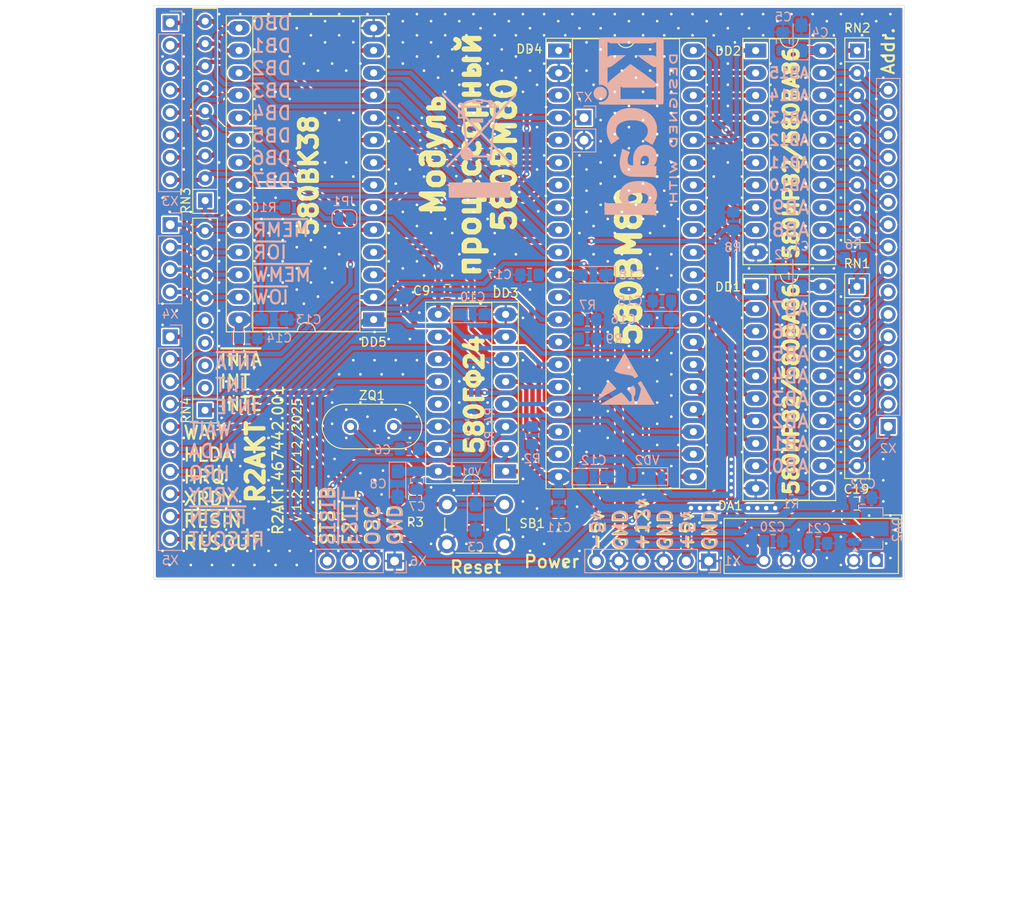
<source format=kicad_pcb>
(kicad_pcb (version 20240108) (generator "pcbnew") (generator_version "8.0")
  (title_block (title "Модуль процессорный 580ВМ80") (date "2025-12-21") (company "R2AKT") (comment 1 "R2AKT.467442.001") (comment 2 "R2AKT"))
  (layers (0 "F.Cu" signal) (31 "B.Cu" signal) (34 "B.Paste" user) (35 "F.Paste" user) (36 "B.SilkS" user "B.Silkscreen") (37 "F.SilkS" user "F.Silkscreen") (38 "B.Mask" user) (39 "F.Mask" user) (44 "Edge.Cuts" user))
  (net 0 "")
  (net 1 "GND")
  (net 2 "+5")
  (net 3 "/~{RESIN}")
  (net 4 "/XTAL1")
  (net 5 "+12")
  (net 6 "-5")
  (net 7 "/A2")
  (net 8 "/AB4")
  (net 9 "/AB0")
  (net 10 "/AB3")
  (net 11 "/HLDA")
  (net 12 "/A0")
  (net 13 "/A4")
  (net 14 "/AB6")
  (net 15 "/A6")
  (net 16 "/AB7")
  (net 17 "/A5")
  (net 18 "/A3")
  (net 19 "/A7")
  (net 20 "/A1")
  (net 21 "/AB2")
  (net 22 "/AB5")
  (net 23 "/AB1")
  (net 24 "/A10")
  (net 25 "/AB9")
  (net 26 "/A8")
  (net 27 "/AB10")
  (net 28 "/AB8")
  (net 29 "/AB15")
  (net 30 "/A13")
  (net 31 "/AB13")
  (net 32 "/A12")
  (net 33 "/A14")
  (net 34 "/AB14")
  (net 35 "/AB11")
  (net 36 "/A15")
  (net 37 "/A11")
  (net 38 "/AB12")
  (net 39 "/A9")
  (net 40 "/SYNC")
  (net 41 "/READY")
  (net 42 "/XRDY")
  (net 43 "/Single_OSC_TTL")
  (net 44 "/~{STSTB}")
  (net 45 "/Single_BCLK")
  (net 46 "/RESOUT")
  (net 47 "/D7")
  (net 48 "/D5")
  (net 49 "/INTE")
  (net 50 "/D4")
  (net 51 "/INT")
  (net 52 "/D6")
  (net 53 "/D0")
  (net 54 "/D1")
  (net 55 "/D3")
  (net 56 "/D2")
  (net 57 "/~{IOR}")
  (net 58 "/DB5")
  (net 59 "/DB1")
  (net 60 "/~{IOW}")
  (net 61 "/~{INTA}")
  (net 62 "/DB2")
  (net 63 "/DB0")
  (net 64 "/DB4")
  (net 65 "/DB3")
  (net 66 "/DB7")
  (net 67 "/~{MEMR}")
  (net 68 "/DB6")
  (net 69 "/~{MEMW}")
  (net 74 "/XTAL2")
  (net 75 "Net-(DA1--Vout)")
  (net 76 "Net-(JP1-A)")
  (net 77 "/~{BUSEN}")
  (net 78 "/HRQ")
  (net 79 "Net-(C6-Pad1)")
  (net 80 "Net-(DD1-T)")
  (net 81 "/WAIT")
  (net 82 "Net-(DD2-T)")
  (net 84 "Net-(DD3-F2)")
  (net 85 "Net-(DD3-F1)")
  (net 86 "Net-(DD4-~{WR})")
  (net 87 "Net-(DD4-DBIN)")
  (footprint "Resistor_THT:R_Array_SIP9" (layer "F.Cu") (at 74.5166 136.7666 90)
    (property "Reference" "RN4")
    (property "Value" "1k")
  )
  (footprint "Resistor_THT:R_Array_SIP9" (layer "F.Cu") (at 148.325 122.745 -90)
    (property "Reference" "RN1")
    (property "Value" "1k")
  )
  (footprint "Button_Switch_THT:SW_PUSH_6mm" (layer "F.Cu") (at 108.4 151.945 180)
    (property "Reference" "SB1")
    (property "Value" "TS-06V-A")
  )
  (footprint "Package_DIP:DIP-40_W15.24mm_Socket_LongPads" (layer "F.Cu") (at 114.55 96.02)
    (property "Reference" "DD4")
    (property "Value" "580ВМ80A (i8080A/AM9080A)")
  )
  (footprint "Capacitor_SMD:C_0805_2012Metric_Pad1.18x1.45mm_HandSolder" (layer "F.Cu") (at 101.9601 123.2538)
    (property "Reference" "C9")
    (property "Value" "100n")
  )
  (footprint "Package_DIP:DIP-20_W7.62mm_Socket_LongPads" (layer "F.Cu") (at 136.8482 122.745)
    (property "Reference" "DD1")
    (property "Value" "580ВА86 (8286)")
  )
  (footprint "Package_DIP:DIP-16_W7.62mm_Socket_LongPads" (layer "F.Cu") (at 108.5426 143.6875 180)
    (property "Reference" "DD3")
    (property "Value" "580ГФ24 (8224)")
  )
  (footprint "Resistor_SMD:R_0805_2012Metric_Pad1.20x1.40mm_HandSolder" (layer "F.Cu") (at 98.291 146.6566 -90)
    (property "Reference" "R3")
    (property "Value" "100k")
  )
  (footprint "Converter_DCDC:Converter_DCDC_TRACO_TBA1-xxxxE_Dual_THT" (layer "F.Cu") (at 150.488 153.7846 -90)
    (property "Reference" "DA1")
    (property "Value" "DAE2-0523")
  )
  (footprint "Resistor_THT:R_Array_SIP9" (layer "F.Cu") (at 74.525 113.0176 90)
    (property "Reference" "RN3")
    (property "Value" "1k" (hide yes))
  )
  (footprint "Capacitor_SMD:C_0805_2012Metric_Pad1.18x1.45mm_HandSolder" (layer "F.Cu") (at 148.2441 147.333)
    (property "Reference" "C19")
    (property "Value" "4u7")
  )
  (footprint "Package_DIP:DIP-28_W15.24mm_Socket_LongPads" (layer "F.Cu") (at 93.6 126.495 180)
    (property "Reference" "DD5")
    (property "Value" "580ВК38 (8238)")
  )
  (footprint "Package_DIP:DIP-20_W7.62mm_Socket_LongPads" (layer "F.Cu") (at 136.8482 96.025)
    (property "Reference" "DD2")
    (property "Value" "580ВА86 (8286)")
  )
  (footprint "Resistor_THT:R_Array_SIP9" (layer "F.Cu") (at 148.34 96.02 -90)
    (property "Reference" "RN2")
    (property "Value" "1k")
  )
  (footprint "Crystal:Crystal_HC49-U_Vertical" (layer "F.Cu") (at 90.98 138.6075)
    (property "Reference" "ZQ1")
    (property "Value" "22.5MHz")
  )
  (footprint "Capacitor_Tantalum_SMD:CP_EIA-3216-18_Kemet-A_Pad1.58x1.35mm_HandSolder" (layer "B.Cu") (at 105.15 148.8825 -90)
    (property "Reference" "C3")
    (property "Value" "10u")
  )
  (footprint "Symbol:WEEE-Logo_8.4x12mm_SilkScreen" (layer "B.Cu") (at 105.558701 106.707262 180)
    (property "Reference" "REF**" (hide yes))
    (property "Value" "WEEE-Logo_8.4x12mm_SilkScreen" (hide yes))
  )
  (footprint "Resistor_SMD:R_0805_2012Metric_Pad1.20x1.40mm_HandSolder" (layer "B.Cu") (at 84.5844 113.7996)
    (property "Reference" "R10")
    (property "Value" "1k")
  )
  (footprint "Capacitor_Tantalum_SMD:CP_EIA-3216-18_Kemet-A_Pad1.58x1.35mm_HandSolder" (layer "B.Cu") (at 104.8188 125.9075)
    (property "Reference" "C10")
    (property "Value" "1u")
  )
  (footprint "Resistor_SMD:R_0805_2012Metric_Pad1.20x1.40mm_HandSolder" (layer "B.Cu") (at 134.3082 115.34 90)
    (property "Reference" "R8")
    (property "Value" "10k")
  )
  (footprint "Connector_PinHeader_2.54mm:PinHeader_1x02_P2.54mm_Vertical" (layer "B.Cu") (at 117.4172 103.64 180)
    (property "Reference" "X7")
    (property "Value" "M1")
  )
  (footprint "Connector_PinHeader_2.54mm:PinHeader_1x04_P2.54mm_Vertical" (layer "B.Cu") (at 95.97 153.8475 90)
    (property "Reference" "X6")
    (property "Value" "Clock")
  )
  (footprint "Symbol:ESD-Logo_6.6x6mm_SilkScreen" (layer "B.Cu") (at 122.166761 133.1852 180)
    (property "Reference" "REF**" (hide yes))
    (property "Value" "ESD-Logo_6.6x6mm_SilkScreen" (hide yes))
  )
  (footprint "Capacitor_Tantalum_SMD:CP_EIA-3216-18_Kemet-A_Pad1.58x1.35mm_HandSolder" (layer "B.Cu") (at 125.8325 126.5 180)
    (property "Reference" "C16")
    (property "Value" "1u")
  )
  (footprint "Capacitor_SMD:C_0805_2012Metric_Pad1.18x1.45mm_HandSolder" (layer "B.Cu") (at 148.9855 146.6726)
    (property "Reference" "C22")
    (property "Value" "100n")
  )
  (footprint "Capacitor_SMD:C_0805_2012Metric_Pad1.18x1.45mm_HandSolder" (layer "B.Cu") (at 97.6091 141.1475)
    (property "Reference" "C6")
    (property "Value" "10p")
  )
  (footprint "Connector_PinHeader_2.54mm:PinHeader_1x10_P2.54mm_Vertical" (layer "B.Cu") (at 70.57 128.4475 180)
    (property "Reference" "X5")
    (property "Value" "Control")
  )
  (footprint "Resistor_SMD:R_0805_2012Metric_Pad1.20x1.40mm_HandSolder" (layer "B.Cu") (at 147.925 119.52)
    (property "Reference" "R6")
    (property "Value" "1k")
  )
  (footprint "Capacitor_Tantalum_SMD:CP_EIA-3216-18_Kemet-A_Pad1.58x1.35mm_HandSolder" (layer "B.Cu") (at 118.52 144.28)
    (property "Reference" "C12")
    (property "Value" "1u")
  )
  (footprint "Connector_PinHeader_2.54mm:PinHeader_1x04_P2.54mm_Vertical" (layer "B.Cu") (at 70.57 115.7475 180)
    (property "Reference" "X4")
    (property "Value" "Mode")
  )
  (footprint "Capacitor_Tantalum_SMD:CP_EIA-3216-18_Kemet-A_Pad1.58x1.35mm_HandSolder" (layer "B.Cu") (at 96.3098 145.125 -90)
    (property "Reference" "C8")
    (property "Value" "1u")
  )
  (footprint "Connector_PinHeader_2.54mm:PinHeader_1x06_P2.54mm_Vertical" (layer "B.Cu") (at 131.53 153.8475 90)
    (property "Reference" "X1")
    (property "Value" "Power")
  )
  (footprint "Symbol:KiCad-Logo2_8mm_SilkScreen" (layer "B.Cu") (at 122.435624 104.651107 -90)
    (property "Reference" "REF**" (hide yes))
    (property "Value" "KiCad-Logo2_8mm_SilkScreen" (hide yes))
  )
  (footprint "Capacitor_Tantalum_SMD:CP_EIA-3216-18_Kemet-A_Pad1.58x1.35mm_HandSolder" (layer "B.Cu") (at 82.3125 126.495)
    (property "Reference" "C13")
    (property "Value" "1u")
  )
  (footprint "Capacitor_Tantalum_SMD:CP_EIA-3216-18_Kemet-A_Pad1.58x1.35mm_HandSolder" (layer "B.Cu") (at 118.4825 121.42 180)
    (property "Reference" "C18")
    (property "Value" "1u")
  )
  (footprint "Resistor_SMD:R_0805_2012Metric_Pad1.20x1.40mm_HandSolder" (layer "B.Cu") (at 117.8142 128.664 180)
    (property "Reference" "R9")
    (property "Value" "10k")
  )
  (footprint "Capacitor_SMD:C_0805_2012Metric_Pad1.18x1.45mm_HandSolder" (layer "B.Cu") (at 139.925 94.9825 90)
    (property "Reference" "C5")
    (property "Value" "100n")
  )
  (footprint "Capacitor_SMD:C_0805_2012Metric_Pad1.18x1.45mm_HandSolder" (layer "B.Cu") (at 114.55 147.2021 -90)
    (property "Reference" "C11")
    (property "Value" "100n")
  )
  (footprint "Capacitor_Tantalum_SMD:CP_EIA-3216-18_Kemet-A_Pad1.58x1.35mm_HandSolder" (layer "B.Cu") (at 142 121.3075 90)
    (property "Reference" "C1")
    (property "Value" "1u")
  )
  (footprint "Diode_SMD:D_SOD-123" (layer "B.Cu") (at 124.5292 144.28 180)
    (property "Reference" "VD2")
    (property "Value" "SM5819")
  )
  (footprint "Capacitor_SMD:C_0805_2012Metric_Pad1.18x1.45mm_HandSolder" (layer "B.Cu") (at 139.8708 121.7075 90)
    (property "Reference" "C2")
    (property "Value" "100n")
  )
  (footprint "Capacitor_SMD:C_0805_2012Metric_Pad1.18x1.45mm_HandSolder" (layer "B.Cu") (at 98.5196 144.725 -90)
    (property "Reference" "C7")
    (property "Value" "100n")
  )
  (footprint "Resistor_SMD:R_0805_2012Metric_Pad1.20x1.40mm_HandSolder" (layer "B.Cu") (at 104.1932 138.6075)
    (property "Reference" "R4")
    (property "Value" "560")
  )
  (footprint "Connector_PinHeader_2.54mm:PinHeader_1x16_P2.54mm_Vertical" (layer "B.Cu") (at 151.85 138.6075)
    (property "Reference" "X2")
    (property "Value" "Address")
  )
  (footprint "Capacitor_SMD:C_0805_2012Metric_Pad1.18x1.45mm_HandSolder" (layer "B.Cu") (at 79.3975 128.537)
    (property "Reference" "C14")
    (property "Value" "100n")
  )
  (footprint "Capacitor_SMD:C_0805_2012Metric_Pad1.18x1.45mm_HandSolder" (layer "B.Cu") (at 126.2325 124.395 180)
    (property "Reference" "C15")
    (property "Value" "100n")
  )
  (footprint "Jumper:SolderJumper-2_P1.3mm_Open_RoundedPad1.0x1.5mm" (layer "B.Cu") (at 90.3004 115.0496)
    (property "Reference" "JP1")
    (property "Value" "Jumper_2_Open")
  )
  (footprint "Resistor_SMD:R_0805_2012Metric_Pad1.20x1.40mm_HandSolder" (layer "B.Cu") (at 104.1932 140.729 180)
    (property "Reference" "R5")
    (property "Value" "560")
  )
  (footprint "Resistor_SMD:R_0805_2012Metric_Pad1.20x1.40mm_HandSolder" (layer "B.Cu") (at 140.8708 145.605 180)
    (property "Reference" "R1")
    (property "Value" "1k")
  )
  (footprint "Capacitor_SMD:C_0805_2012Metric_Pad1.18x1.45mm_HandSolder" (layer "B.Cu") (at 143.9055 151.8288)
    (property "Reference" "C21")
    (property "Value" "1u")
  )
  (footprint "Capacitor_Tantalum_SMD:CP_EIA-3216-18_Kemet-A_Pad1.58x1.35mm_HandSolder" (layer "B.Cu") (at 142.025 94.5825 90)
    (property "Reference" "C4")
    (property "Value" "1u")
  )
  (footprint "Package_TO_SOT_SMD:SOT-89-3" (layer "B.Cu") (at 149.898 150.17)
    (property "Reference" "DA2")
    (property "Value" "L79L05")
  )
  (footprint "Resistor_SMD:R_0805_2012Metric_Pad1.20x1.40mm_HandSolder" (layer "B.Cu") (at 111.5463 139.6075 90)
    (property "Reference" "R2")
    (property "Value" "10k")
  )
  (footprint "Capacitor_SMD:C_0805_2012Metric_Pad1.18x1.45mm_HandSolder" (layer "B.Cu") (at 111.2375 121.42 180)
    (property "Reference" "C17")
    (property "Value" "100n")
  )
  (footprint "Capacitor_SMD:C_0805_2012Metric_Pad1.18x1.45mm_HandSolder" (layer "B.Cu") (at 138.8255 151.6002)
    (property "Reference" "C20")
    (property "Value" "1u")
  )
  (footprint "Resistor_SMD:R_0805_2012Metric_Pad1.20x1.40mm_HandSolder" (layer "B.Cu") (at 117.8142 126.5 180)
    (property "Reference" "R7")
    (property "Value" "10k")
  )
  (footprint "Diode_SMD:D_SOD-123" (layer "B.Cu") (at 104.7426 143.6875)
    (property "Reference" "VD1")
    (property "Value" "1N914BWS")
  )
  (footprint "Connector_PinHeader_2.54mm:PinHeader_1x08_P2.54mm_Vertical" (layer "B.Cu") (at 70.57 92.8875 180)
    (property "Reference" "X3")
    (property "Value" "Data")
  )
  (gr_rect (start 68.7 90.945) (end 153.7 155.945) (stroke (width 0.05)) (fill none) (layer "Edge.Cuts"))
  (gr_text "~{STSTB}" (at 88.35 148.72 -90) (layer "B.SilkS") (effects (font (size 1.5 1.5) (thickness 0.25) (bold yes)) (justify mirror)))
  (gr_text "DB1" (at 82.035 95.4916 0) (layer "B.SilkS") (effects (font (size 1.5 1.5) (thickness 0.25) (bold yes)) (justify mirror)))
  (gr_text "+12v" (at 124.0208 149.611143 -90) (layer "B.SilkS") (effects (font (size 1.5 1.5) (thickness 0.25) (bold yes)) (justify mirror)))
  (gr_text "HLDA" (at 75.457943 141.3975 0) (layer "B.SilkS") (effects (font (size 1.5 1.5) (thickness 0.25) (bold yes)) (justify mirror)))
  (gr_text "GND" (at 95.97 149.755714 -90) (layer "B.SilkS") (effects (font (size 1.5 1.5) (thickness 0.25) (bold yes)) (justify mirror)))
  (gr_text "~{INTA}" (at 78.029657 131.4186 0) (layer "B.SilkS") (effects (font (size 1.5 1.5) (thickness 0.25) (bold yes)) (justify mirror)))
  (gr_text "WAIT" (at 75.1008 138.9002 0) (layer "B.SilkS") (effects (font (size 1.5 1.5) (thickness 0.25) (bold yes)) (justify mirror)))
  (gr_text "AB13" (at 140.625 103.64 0) (layer "B.SilkS") (effects (font (size 1.2 1.2) (thickness 0.25) (bold yes)) (justify mirror)))
  (gr_text "AB10" (at 140.625 111.26 0) (layer "B.SilkS") (effects (font (size 1.2 1.2) (thickness 0.25) (bold yes)) (justify mirror)))
  (gr_text "AB4" (at 140.75 132.935 0) (layer "B.SilkS") (effects (font (size 1.5 1.5) (thickness 0.25) (bold yes)) (justify mirror)))
  (gr_text "AB8" (at 140.8 116.34 0) (layer "B.SilkS") (effects (font (size 1.5 1.5) (thickness 0.25) (bold yes)) (justify mirror)))
  (gr_text "DB7" (at 82.035 110.7316 0) (layer "B.SilkS") (effects (font (size 1.5 1.5) (thickness 0.25) (bold yes)) (justify mirror)))
  (gr_text "AB11" (at 140.625 108.72 0) (layer "B.SilkS") (effects (font (size 1.2 1.2) (thickness 0.25) (bold yes)) (justify mirror)))
  (gr_text "-5v" (at 118.9408 150.325429 -90) (layer "B.SilkS") (effects (font (size 1.5 1.5) (thickness 0.25) (bold yes)) (justify mirror)))
  (gr_text "~{IOR}" (at 81.867857 118.89 0) (layer "B.SilkS") (effects (font (size 1.5 1.5) (thickness 0.25) (bold yes)) (justify mirror)))
  (gr_text "AB6" (at 140.75 127.855 0) (layer "B.SilkS") (effects (font (size 1.5 1.5) (thickness 0.25) (bold yes)) (justify mirror)))
  (gr_text "AB14" (at 140.625 101.1 0) (layer "B.SilkS") (effects (font (size 1.2 1.2) (thickness 0.25) (bold yes)) (justify mirror)))
  (gr_text "DB3" (at 82.035 100.5716 0) (layer "B.SilkS") (effects (font (size 1.5 1.5) (thickness 0.25) (bold yes)) (justify mirror)))
  (gr_text "AB12" (at 140.625 106.18 0) (layer "B.SilkS") (effects (font (size 1.2 1.2) (thickness 0.25) (bold yes)) (justify mirror)))
  (gr_text "INTE" (at 78.065371 136.4132 0) (layer "B.SilkS") (effects (font (size 1.5 1.5) (thickness 0.25) (bold yes)) (justify mirror)))
  (gr_text "AB15" (at 140.625 98.56 0) (layer "B.SilkS") (effects (font (size 1.2 1.2) (thickness 0.25) (bold yes)) (justify mirror)))
  (gr_text "OSC" (at 93.43 149.791428 -90) (layer "B.SilkS") (effects (font (size 1.5 1.5) (thickness 0.25) (bold yes)) (justify mirror)))
  (gr_text "HRQ" (at 74.993658 143.8948 0) (layer "B.SilkS") (effects (font (size 1.5 1.5) (thickness 0.25) (bold yes)) (justify mirror)))
  (gr_text "AB7" (at 140.75 125.285 0) (layer "B.SilkS") (effects (font (size 1.5 1.5) (thickness 0.25) (bold yes)) (justify mirror)))
  (gr_text "F2TTL" (at 90.89 148.934286 -90) (layer "B.SilkS") (effects (font (size 1.5 1.5) (thickness 0.25) (bold yes)) (justify mirror)))
  (gr_text "~{MEMR}" (at 83.117857 116.35 0) (layer "B.SilkS") (effects (font (size 1.5 1.5) (thickness 0.25) (bold yes)) (justify mirror)))
  (gr_text "RESOUT" (at 76.957943 151.3867 0) (layer "B.SilkS") (effects (font (size 1.5 1.5) (thickness 0.25) (bold yes)) (justify mirror)))
  (gr_text "GND" (at 126.5608 150.254 -90) (layer "B.SilkS") (effects (font (size 1.5 1.5) (thickness 0.25) (bold yes)) (justify mirror)))
  (gr_text "AB0" (at 140.75 143.095 0) (layer "B.SilkS") (effects (font (size 1.5 1.5) (thickness 0.25) (bold yes)) (justify mirror)))
  (gr_text "XRDY" (at 75.529371 146.3921 0) (layer "B.SilkS") (effects (font (size 1.5 1.5) (thickness 0.25) (bold yes)) (justify mirror)))
  (gr_text "DB6" (at 82.035 108.1916 0) (layer "B.SilkS") (effects (font (size 1.5 1.5) (thickness 0.25) (bold yes)) (justify mirror)))
  (gr_text "~{MEMW}" (at 83.225 121.43 0) (layer "B.SilkS") (effects (font (size 1.5 1.5) (thickness 0.25) (bold yes)) (justify mirror)))
  (gr_text "DB2" (at 82.035 98.0316 0) (layer "B.SilkS") (effects (font (size 1.5 1.5) (thickness 0.25) (bold yes)) (justify mirror)))
  (gr_text "DB0" (at 82.035 92.9516 0) (layer "B.SilkS") (effects (font (size 1.5 1.5) (thickness 0.25) (bold yes)) (justify mirror)))
  (gr_text "GND" (at 131.6158 150.254 -90) (layer "B.SilkS") (effects (font (size 1.5 1.5) (thickness 0.25) (bold yes)) (justify mirror)))
  (gr_text "AB2" (at 140.75 138.015 0) (layer "B.SilkS") (effects (font (size 1.5 1.5) (thickness 0.25) (bold yes)) (justify mirror)))
  (gr_text "AB3" (at 140.75 135.475 0) (layer "B.SilkS") (effects (font (size 1.5 1.5) (thickness 0.25) (bold yes)) (justify mirror)))
  (gr_text "DB4" (at 82.035 103.1116 0) (layer "B.SilkS") (effects (font (size 1.5 1.5) (thickness 0.25) (bold yes)) (justify mirror)))
  (gr_text "~{IOW}" (at 81.975 123.97 0) (layer "B.SilkS") (effects (font (size 1.5 1.5) (thickness 0.25) (bold yes)) (justify mirror)))
  (gr_text "AB9" (at 140.8 113.8 0) (layer "B.SilkS") (effects (font (size 1.5 1.5) (thickness 0.25) (bold yes)) (justify mirror)))
  (gr_text "DB5" (at 82.035 105.6516 0) (layer "B.SilkS") (effects (font (size 1.5 1.5) (thickness 0.25) (bold yes)) (justify mirror)))
  (gr_text "INT" (at 77.3868 133.9159 0) (layer "B.SilkS") (effects (font (size 1.5 1.5) (thickness 0.25) (bold yes)) (justify mirror)))
  (gr_text "AB5" (at 140.75 130.395 0) (layer "B.SilkS") (effects (font (size 1.5 1.5) (thickness 0.25) (bold yes)) (justify mirror)))
  (gr_text "+5v" (at 129.1008 150.325429 -90) (layer "B.SilkS") (effects (font (size 1.5 1.5) (thickness 0.25) (bold yes)) (justify mirror)))
  (gr_text "~{RESIN}" (at 75.957943 148.8894 0) (layer "B.SilkS") (effects (font (size 1.5 1.5) (thickness 0.25) (bold yes)) (justify mirror)))
  (gr_text "GND" (at 121.4808 150.254 -90) (layer "B.SilkS") (effects (font (size 1.5 1.5) (thickness 0.25) (bold yes)) (justify mirror)))
  (gr_text "AB1" (at 140.75 140.555 0) (layer "B.SilkS") (effects (font (size 1.5 1.5) (thickness 0.25) (bold yes)) (justify mirror)))
  (gr_text "580ИР82/580ВА86" (at 141.846513 119.846609 90) (layer "F.SilkS") (effects (font (size 1.65 1.65) (thickness 0.4125) (bold yes)) (justify left bottom)))
  (gr_text "GND" (at 121.4766 150.3556 90) (layer "F.SilkS") (effects (font (size 1.5 1.5) (thickness 0.25) (bold yes))))
  (gr_text "WAIT" (at 74.5192 139.3066 -0) (layer "F.SilkS") (effects (font (size 1.5 1.5) (thickness 0.25) (bold yes))))
  (gr_text "Power" (at 113.7596 153.9116 0) (layer "F.SilkS") (effects (font (size 1.4 1.4) (thickness 0.25) (bold yes))))
  (gr_text "580ВК38" (at 87.4275 117.281905 90) (layer "F.SilkS") (effects (font (size 2 2) (thickness 0.5) (bold yes)) (justify left bottom)))
  (gr_text "R2AKT.467442.001" (at 82.7716 142.4054 90) (layer "F.SilkS") (effects (font (size 1.2 1.2) (thickness 0.2) (bold yes))))
  (gr_text "INTE" (at 78.606 136.0675 -0) (layer "F.SilkS") (effects (font (size 1.5 1.5) (thickness 0.25) (bold yes))))
  (gr_text "~{STSTB}" (at 88.35 148.723572 90) (layer "F.SilkS") (effects (font (size 1.5 1.5) (thickness 0.25) (bold yes))))
  (gr_text "~{INTA}" (at 78.570286 130.9875 -0) (layer "F.SilkS") (effects (font (size 1.5 1.5) (thickness 0.25) (bold yes))))
  (gr_text "OSC" (at 93.43 149.795 90) (layer "F.SilkS") (effects (font (size 1.5 1.5) (thickness 0.25) (bold yes))))
  (gr_text "RESOUT" (at 76.376343 151.7931 -0) (layer "F.SilkS") (effects (font (size 1.5 1.5) (thickness 0.25) (bold yes))))
  (gr_text "HLDA" (at 74.876343 141.8039 -0) (layer "F.SilkS") (effects (font (size 1.5 1.5) (thickness 0.25) (bold yes))))
  (gr_text "HRQ" (at 74.412058 144.3012 -0) (layer "F.SilkS") (effects (font (size 1.5 1.5) (thickness 0.25) (bold yes))))
  (gr_text "580ИР82/580ВА86" (at 141.846513 146.566609 90) (layer "F.SilkS") (effects (font (size 1.65 1.65) (thickness 0.4125) (bold yes)) (justify left bottom)))
  (gr_text "~{RESIN}" (at 75.376343 149.2958 -0) (layer "F.SilkS") (effects (font (size 1.5 1.5) (thickness 0.25) (bold yes))))
  (gr_text "INT" (at 77.927429 133.5275 -0) (layer "F.SilkS") (effects (font (size 1.5 1.5) (thickness 0.25) (bold yes))))
  (gr_text "580ГФ24" (at 106.1951 142.004167 90) (layer "F.SilkS") (effects (font (size 2 2) (thickness 0.5) (bold yes)) (justify left bottom)))
  (gr_text "-5v" (at 118.9366 150.427029 90) (layer "F.SilkS") (effects (font (size 1.5 1.5) (thickness 0.25) (bold yes))))
  (gr_text "Reset" (at 105.15 154.5466 0) (layer "F.SilkS") (effects (font (size 1.4 1.4) (thickness 0.25) (bold yes))))
  (gr_text "R2AKT" (at 81.4 147.526828 90) (layer "F.SilkS") (effects (font (size 2 2) (thickness 0.5) (bold yes)) (justify left bottom)))
  (gr_text "GND" (at 126.5566 150.3556 90) (layer "F.SilkS") (effects (font (size 1.5 1.5) (thickness 0.25) (bold yes))))
  (gr_text "GND" (at 95.97 149.759286 90) (layer "F.SilkS") (effects (font (size 1.5 1.5) (thickness 0.25) (bold yes))))
  (gr_text "Модуль\nпроцессорный\n580ВМ80" (at 109.88436 107.8106 90) (layer "F.SilkS") (effects (font (size 2.5 2.5) (thickness 0.6) (bold yes)) (justify bottom)))
  (gr_text "XRDY" (at 74.947771 146.7985 0) (layer "F.SilkS") (effects (font (size 1.5 1.5) (thickness 0.25) (bold yes))))
  (gr_text "+12v" (at 124.0166 149.712743 90) (layer "F.SilkS") (effects (font (size 1.5 1.5) (thickness 0.25) (bold yes))))
  (gr_text "GND" (at 131.6116 150.3556 90) (layer "F.SilkS") (effects (font (size 1.5 1.5) (thickness 0.25) (bold yes))))
  (gr_text "580ВМ80" (at 124.06325 129.83619 90) (layer "F.SilkS") (effects (font (size 2.6 2.6) (thickness 0.65) (bold yes)) (justify left bottom)))
  (gr_text "+5v" (at 129.0966 150.427029 90) (layer "F.SilkS") (effects (font (size 1.5 1.5) (thickness 0.25) (bold yes))))
  (gr_text "F2TTL" (at 90.89 148.937858 90) (layer "F.SilkS") (effects (font (size 1.5 1.5) (thickness 0.25) (bold yes))))
  (gr_text "v.1.2 21/12/2025" (at 84.9052 142.405399 90) (layer "F.SilkS") (effects (font (size 1 1))))
  (gr_text "Addr." (at 151.85 96.0758 90) (layer "F.SilkS") (effects (font (size 1.4 1.4) (thickness 0.25) (bold yes))))
  (via (at 145.701 94.29675) (size 0.6) (drill 0.3) (layers "F.Cu" "B.Cu") (net 1))
  (via (at 120.901 94.29675) (size 0.6) (drill 0.3) (layers "F.Cu" "B.Cu") (net 1))
  (via (at 98.501 115.89675) (size 0.6) (drill 0.3) (layers "F.Cu" "B.Cu") (net 1))
  (via (at 139.8454 131.8892) (size 0.6) (drill 0.3) (layers "F.Cu" "B.Cu") (net 1))
  (via (at 131.301 112.69675) (size 0.6) (drill 0.3) (layers "F.Cu" "B.Cu") (net 1))
  (via (at 151.301 99.09675) (size 0.6) (drill 0.3) (layers "F.Cu" "B.Cu") (net 1))
  (via (at 120.901 110.29675) (size 0.6) (drill 0.3) (layers "F.Cu" "B.Cu") (net 1))
  (via (at 120.901 103.09675) (size 0.6) (drill 0.3) (layers "F.Cu" "B.Cu") (net 1))
  (via (at 124.901 112.69675) (size 0.6) (drill 0.3) (layers "F.Cu" "B.Cu") (net 1))
  (via (at 70.501 114.29675) (size 0.6) (drill 0.3) (layers "F.Cu" "B.Cu") (net 1))
  (via (at 117.701 95.09675) (size 0.6) (drill 0.3) (layers "F.Cu" "B.Cu") (net 1))
  (via (at 72.101 103.89675) (size 0.6) (drill 0.3) (layers "F.Cu" "B.Cu") (net 1))
  (via (at 110.61 115.2274) (size 0.6) (drill 0.3) (layers "F.Cu" "B.Cu") (net 1))
  (via (at 116.101 91.89675) (size 0.6) (drill 0.3) (layers "F.Cu" "B.Cu") (net 1))
  (via (at 125.701 110.29675) (size 0.6) (drill 0.3) (layers "F.Cu" "B.Cu") (net 1))
  (via (at 116.901 107.89675) (size 0.6) (drill 0.3) (layers "F.Cu" "B.Cu") (net 1))
  (via (at 142.501 143.89675) (size 0.6) (drill 0.3) (layers "F.Cu" "B.Cu") (net 1))
  (via (at 86.7086 139.7892) (size 0.6) (drill 0.3) (layers "F.Cu" "B.Cu") (net 1))
  (via (at 79.301 144.69675) (size 0.6) (drill 0.3) (layers "F.Cu" "B.Cu") (net 1))
  (via (at 74.501 150.29675) (size 0.6) (drill 0.3) (layers "F.Cu" "B.Cu") (net 1))
  (via (at 90.501 108.69675) (size 0.6) (drill 0.3) (layers "F.Cu" "B.Cu") (net 1))
  (via (at 96.101 111.09675) (size 0.6) (drill 0.3) (layers "F.Cu" "B.Cu") (net 1))
  (via (at 120.901 96.69675) (size 0.6) (drill 0.3) (layers "F.Cu" "B.Cu") (net 1))
  (via (at 105.701 124.69675) (size 0.6) (drill 0.3) (layers "F.Cu" "B.Cu") (net 1))
  (via (at 86.501 122.29675) (size 0.6) (drill 0.3) (layers "F.Cu" "B.Cu") (net 1))
  (via (at 92.901 150.29675) (size 0.6) (drill 0.3) (layers "F.Cu" "B.Cu") (net 1))
  (via (at 96.901 132.69675) (size 0.6) (drill 0.3) (layers "F.Cu" "B.Cu") (net 1))
  (via (at 72.101 137.49675) (size 0.6) (drill 0.3) (layers "F.Cu" "B.Cu") (net 1))
  (via (at 100.101 151.89675) (size 0.6) (drill 0.3) (layers "F.Cu" "B.Cu") (net 1))
  (via (at 125.701 92.69675) (size 0.6) (drill 0.3) (layers "F.Cu" "B.Cu") (net 1))
  (via (at 115.301 94.29675) (size 0.6) (drill 0.3) (layers "F.Cu" "B.Cu") (net 1))
  (via (at 139.301 92.69675) (size 0.6) (drill 0.3) (layers "F.Cu" "B.Cu") (net 1))
  (via (at 138.501 104.69675) (size 0.6) (drill 0.3) (layers "F.Cu" "B.Cu") (net 1))
  (via (at 120.901 91.89675) (size 0.6) (drill 0.3) (layers "F.Cu" "B.Cu") (net 1))
  (via (at 142.501 118.29675) (size 0.6) (drill 0.3) (layers "F.Cu" "B.Cu") (net 1))
  (via (at 80.901 115.09675) (size 0.6) (drill 0.3) (layers "F.Cu" "B.Cu") (net 1))
  (via (at 124.101 143.89675) (size 0.6) (drill 0.3) (layers "F.Cu" "B.Cu") (net 1))
  (via (at 108.101 100.69675) (size 0.6) (drill 0.3) (layers "F.Cu" "B.Cu") (net 1))
  (via (at 74.501 152.69675) (size 0.6) (drill 0.3) (layers "F.Cu" "B.Cu") (net 1))
  (via (at 80.901 109.49675) (size 0.6) (drill 0.3) (layers "F.Cu" "B.Cu") (net 1))
  (via (at 82.501 112.69675) (size 0.6) (drill 0.3) (layers "F.Cu" "B.Cu") (net 1))
  (via (at 72.101 144.69675) (size 0.6) (drill 0.3) (layers "F.Cu" "B.Cu") (net 1))
  (via (at 138.501 119.89675) (size 0.6) (drill 0.3) (layers "F.Cu" "B.Cu") (net 1))
  (via (at 122.501 92.69675) (size 0.6) (drill 0.3) (layers "F.Cu" "B.Cu") (net 1))
  (via (at 124.101 106.29675) (size 0.6) (drill 0.3) (layers "F.Cu" "B.Cu") (net 1))
  (via (at 116.101 99.89675) (size 0.6) (drill 0.3) (layers "F.Cu" "B.Cu") (net 1))
  (via (at 83.301 117.49675) (size 0.6) (drill 0.3) (layers "F.Cu" "B.Cu") (net 1))
  (via (at 80.101 101.49675) (size 0.6) (drill 0.3) (layers "F.Cu" "B.Cu") (net 1))
  (via (at 122.501 123.09675) (size 0.6) (drill 0.3) (layers "F.Cu" "B.Cu") (net 1))
  (via (at 146.501 109.49675) (size 0.6) (drill 0.3) (layers "F.Cu" "B.Cu") (net 1))
  (via (at 117.701 114.29675) (size 0.6) (drill 0.3) (layers "F.Cu" "B.Cu") (net 1))
  (via (at 120.901 107.89675) (size 0.6) (drill 0.3) (layers "F.Cu" "B.Cu") (net 1))
  (via (at 100.101 145.49675) (size 0.6) (drill 0.3) (layers "F.Cu" "B.Cu") (net 1))
  (via (at 99.301 110.29675) (size 0.6) (drill 0.3) (layers "F.Cu" "B.Cu") (net 1))
  (via (at 89.701 94.29675) (size 0.6) (drill 0.3) (layers "F.Cu" "B.Cu") (net 1))
  (via (at 96.0558 124.219) (size 0.6) (drill 0.3) (layers "F.Cu" "B.Cu") (net 1))
  (via (at 104.641 137.28675) (size 0.6) (drill 0.3) (layers "F.Cu" "B.Cu") (net 1))
  (via (at 85.0322 135.5982) (size 0.6) (drill 0.3) (layers "F.Cu" "B.Cu") (net 1))
  (via (at 127.301 98.29675) (size 0.6) (drill 0.3) (layers "F.Cu" "B.Cu") (net 1))
  (via (at 103.301 119.09675) (size 0.6) (drill 0.3) (layers "F.Cu" "B.Cu") (net 1))
  (via (at 120.101 131.09675) (size 0.6) (drill 0.3) (layers "F.Cu" "B.Cu") (net 1))
  (via (at 93.701 131.09675) (size 0.6) (drill 0.3) (layers "F.Cu" "B.Cu") (net 1))
  (via (at 106.501 150.29675) (size 0.6) (drill 0.3) (layers "F.Cu" "B.Cu") (net 1))
  (via (at 151.301 94.29675) (size 0.6) (drill 0.3) (layers "F.Cu" "B.Cu") (net 1))
  (via (at 142.501 139.09675) (size 0.6) (drill 0.3) (layers "F.Cu" "B.Cu") (net 1))
  (via (at 127.301 132.69675) (size 0.6) (drill 0.3) (layers "F.Cu" "B.Cu") (net 1))
  (via (at 110.501 100.69675) (size 0.6) (drill 0.3) (layers "F.Cu" "B.Cu") (net 1))
  (via (at 100.901 96.69675) (size 0.6) (drill 0.3) (layers "F.Cu" "B.Cu") (net 1))
  (via (at 151.301 144.69675) (size 0.6) (drill 0.3) (layers "F.Cu" "B.Cu") (net 1))
  (via (at 72.101 109.49675) (size 0.6) (drill 0.3) (layers "F.Cu" "B.Cu") (net 1))
  (via (at 132.101 107.09675) (size 0.6) (drill 0.3) (layers "F.Cu" "B.Cu") (net 1))
  (via (at 119.301 101.49675) (size 0.6) (drill 0.3) (layers "F.Cu" "B.Cu") (net 1))
  (via (at 97.701 139.89675) (size 0.6) (drill 0.3) (layers "F.Cu" "B.Cu") (net 1))
  (via (at 98.8752 106.185) (size 0.6) (drill 0.3) (layers "F.Cu" "B.Cu") (net 1))
  (via (at 119.301 95.89675) (size 0.6) (drill 0.3) (layers "F.Cu" "B.Cu") (net 1))
  (via (at 83.301 122.29675) (size 0.6) (drill 0.3) (layers "F.Cu" "B.Cu") (net 1))
  (via (at 150.501 119.09675) (size 0.6) (drill 0.3) (layers "F.Cu" "B.Cu") (net 1))
  (via (at 142.501 134.29675) (size 0.6) (drill 0.3) (layers "F.Cu" "B.Cu") (net 1))
  (via (at 106.501 135.89675) (size 0.6) (drill 0.3) (layers "F.Cu" "B.Cu") (net 1))
  (via (at 95.301 119.89675) (size 0.6) (drill 0.3) (layers "F.Cu" "B.Cu") (net 1))
  (via (at 76.101 108.69675) (size 0.6) (drill 0.3) (layers "F.Cu" "B.Cu") (net 1))
  (via (at 86.6832 143.1674) (size 0.6) (drill 0.3) (layers "F.Cu" "B.Cu") (net 1))
  (via (at 139.8454 139.0892) (size 0.6) (drill 0.3) (layers "F.Cu" "B.Cu") (net 1))
  (via (at 72.101 152.69675) (size 0.6) (drill 0.3) (layers "F.Cu" "B.Cu") (net 1))
  (via (at 102.501 121.49675) (size 0.6) (drill 0.3) (layers "F.Cu" "B.Cu") (net 1))
  (via (at 97.701 135.89675) (size 0.6) (drill 0.3) (layers "F.Cu" "B.Cu") (net 1))
  (via (at 124.901 95.89675) (size 0.6) (drill 0.3) (layers "F.Cu" "B.Cu") (net 1))
  (via (at 82.501 141.49675) (size 0.6) (drill 0.3) (layers "F.Cu" "B.Cu") (net 1))
  (via (at 111.301 152.69675) (size 0.6) (drill 0.3) (layers "F.Cu" "B.Cu") (net 1))
  (via (at 132.101 110.29675) (size 0.6) (drill 0.3) (layers "F.Cu" "B.Cu") (net 1))
  (via (at 116.6298 147.6886) (size 0.6) (drill 0.3) (layers "F.Cu" "B.Cu") (net 1))
  (via (at 92.1442 152.6924) (size 0.6) (drill 0.3) (layers "F.Cu" "B.Cu") (net 1))
  (via (at 146.501 139.09675) (size 0.6) (drill 0.3) (layers "F.Cu" "B.Cu") (net 1))
  (via (at 118.501 119.09675) (size 0.6) (drill 0.3) (layers "F.Cu" "B.Cu") (net 1))
  (via (at 102.501 95.89675) (size 0.6) (drill 0.3) (layers "F.Cu" "B.Cu") (net 1))
  (via (at 139.8454 129.4892) (size 0.6) (drill 0.3) (layers "F.Cu" "B.Cu") (net 1))
  (via (at 77.701 154.29675) (size 0.6) (drill 0.3) (layers "F.Cu" "B.Cu") (net 1))
  (via (at 116.901 139.09675) (size 0.6) (drill 0.3) (layers "F.Cu" "B.Cu") (net 1))
  (via (at 102.9646 110.249) (size 0.6) (drill 0.3) (layers "F.Cu" "B.Cu") (net 1))
  (via (at 146.501 123.89675) (size 0.6) (drill 0.3) (layers "F.Cu" "B.Cu") (net 1))
  (via (at 86.6832 136.0046) (size 0.6) (drill 0.3) (layers "F.Cu" "B.Cu") (net 1))
  (via (at 128.101 93.49675) (size 0.6) (drill 0.3) (layers "F.Cu" "B.Cu") (net 1))
  (via (at 120.101 139.89675) (size 0.6) (drill 0.3) (layers "F.Cu" "B.Cu") (net 1))
  (via (at 106.501 138.29675) (size 0.6) (drill 0.3) (layers "F.Cu" "B.Cu") (net 1))
  (via (at 119.301 113.49675) (size 0.6) (drill 0.3) (layers "F.Cu" "B.Cu") (net 1))
  (via (at 85.0068 143.1674) (size 0.6) (drill 0.3) (layers "F.Cu" "B.Cu") (net 1))
  (via (at 92.101 143.89675) (size 0.6) (drill 0.3) (layers "F.Cu" "B.Cu") (net 1))
  (via (at 94.501 146.29675) (size 0.6) (drill 0.3) (layers "F.Cu" "B.Cu") (net 1))
  (via (at 108.101 98.29675) (size 0.6) (drill 0.3) (layers "F.Cu" "B.Cu") (net 1))
  (via (at 98.501 96.69675) (size 0.6) (drill 0.3) (layers "F.Cu" "B.Cu") (net 1))
  (via (at 70.501 154.29675) (size 0.6) (drill 0.3) (layers "F.Cu" "B.Cu") (net 1))
  (via (at 127.301 108.69675) (size 0.6) (drill 0.3) (layers "F.Cu" "B.Cu") (net 1))
  (via (at 116.101 97.49675) (size 0.6) (drill 0.3) (layers "F.Cu" "B.Cu") (net 1))
  (via (at 84.101 150.29675) (size 0.6) (drill 0.3) (layers "F.Cu" "B.Cu") (net 1))
  (via (at 95.301 128.69675) (size 0.6) (drill 0.3) (layers "F.Cu" "B.Cu") (net 1))
  (via (at 108.901 92.69675) (size 0.6) (drill 0.3) (layers "F.Cu" "B.Cu") (net 1))
  (via (at 86.501 115.09675) (size 0.6) (drill 0.3) (layers "F.Cu" "B.Cu") (net 1))
  (via (at 76.901 152.69675) (size 0.6) (drill 0.3) (layers "F.Cu" "B.Cu") (net 1))
  (via (at 101.701 115.09675) (size 0.6) (drill 0.3) (layers "F.Cu" "B.Cu") (net 1))
  (via (at 82.501 154.29675) (size 0.6) (drill 0.3) (layers "F.Cu" "B.Cu") (net 1))
  (via (at 107.301 119.09675) (size 0.6) (drill 0.3) (layers "F.Cu" "B.Cu") (net 1))
  (via (at 88.101 92.69675) (size 0.6) (drill 0.3) (layers "F.Cu" "B.Cu") (net 1))
  (via (at 76.101 117.49675) (size 0.6) (drill 0.3) (layers "F.Cu" "B.Cu") (net 1))
  (via (at 142.501 141.49675) (size 0.6) (drill 0.3) (layers "F.Cu" "B.Cu") (net 1))
  (via (at 124.101 121.49675) (size 0.6) (drill 0.3) (layers "F.Cu" "B.Cu") (net 1))
  (via (at 81.9588 137.7572) (size 0.6) (drill 0.3) (layers "F.Cu" "B.Cu") (net 1))
  (via (at 142.501 113.49675) (size 0.6) (drill 0.3) (layers "F.Cu" "B.Cu") (net 1))
  (via (at 96.3606 103.645) (size 0.6) (drill 0.3) (layers "F.Cu" "B.Cu") (net 1))
  (via (at 128.101 140.69675) (size 0.6) (drill 0.3) (layers "F.Cu" "B.Cu") (net 1))
  (via (at 86.6832 104.9658) (size 0.6) (drill 0.3) (layers "F.Cu" "B.Cu") (net 1))
  (via (at 144.901 153.49675) (size 0.6) (drill 0.3) (layers "F.Cu" "B.Cu") (net 1))
  (via (at 91.301 95.09675) (size 0.6) (drill 0.3) (layers "F.Cu" "B.Cu") (net 1))
  (via (at 83.1018 135.5982) (size 0.6) (drill 0.3) (layers "F.Cu" "B.Cu") (net 1))
  (via (at 127.301 91.89675) (size 0.6) (drill 0.3) (layers "F.Cu" "B.Cu") (net 1))
  (via (at 81.701 123.89675) (size 0.6) (drill 0.3) (layers "F.Cu" "B.Cu") (net 1))
  (via (at 146.501 151.09675) (size 0.6) (drill 0.3) (layers "F.Cu" "B.Cu") (net 1))
  (via (at 142.501 108.69675) (size 0.6) (drill 0.3) (layers "F.Cu" "B.Cu") (net 1))
  (via (at 80.101 92.69675) (size 0.6) (drill 0.3) (layers "F.Cu" "B.Cu") (net 1))
  (via (at 101.701 100.69675) (size 0.6) (drill 0.3) (layers "F.Cu" "B.Cu") (net 1))
  (via (at 127.301 113.49675) (size 0.6) (drill 0.3) (layers "F.Cu" "B.Cu") (net 1))
  (via (at 127.301 143.09675) (size 0.6) (drill 0.3) (layers "F.Cu" "B.Cu") (net 1))
  (via (at 127.301 130.29675) (size 0.6) (drill 0.3) (layers "F.Cu" "B.Cu") (net 1))
  (via (at 100.901 99.09675) (size 0.6) (drill 0.3) (layers "F.Cu" "B.Cu") (net 1))
  (via (at 149.701 148.69675) (size 0.6) (drill 0.3) (layers "F.Cu" "B.Cu") (net 1))
  (via (at 120.901 100.69675) (size 0.6) (drill 0.3) (layers "F.Cu" "B.Cu") (net 1))
  (via (at 91.301 131.09675) (size 0.6) (drill 0.3) (layers "F.Cu" "B.Cu") (net 1))
  (via (at 92.901 137.49675) (size 0.6) (drill 0.3) (layers "F.Cu" "B.Cu") (net 1))
  (via (at 133.701 108.69675) (size 0.6) (drill 0.3) (layers "F.Cu" "B.Cu") (net 1))
  (via (at 127.301 100.69675) (size 0.6) (drill 0.3) (layers "F.Cu" "B.Cu") (net 1))
  (via (at 138.501 112.69675) (size 0.6) (drill 0.3) (layers "F.Cu" "B.Cu") (net 1))
  (via (at 89.701 116.69675) (size 0.6) (drill 0.3) (layers "F.Cu" "B.Cu") (net 1))
  (via (at 125.701 126.29675) (size 0.6) (drill 0.3) (layers "F.Cu" "B.Cu") (net 1))
  (via (at 131.301 99.89675) (size 0.6) (drill 0.3) (layers "F.Cu" "B.Cu") (net 1))
  (via (at 124.901 119.09675) (size 0.6) (drill 0.3) (layers "F.Cu" "B.Cu") (net 1))
  (via (at 129.701 91.89675) (size 0.6) (drill 0.3) (layers "F.Cu" "B.Cu") (net 1))
  (via (at 69.701 127.09675) (size 0.6) (drill 0.3) (layers "F.Cu" "B.Cu") (net 1))
  (via (at 81.701 139.89675) (size 0.6) (drill 0.3) (layers "F.Cu" "B.Cu") (net 1))
  (via (at 104.901 131.89675) (size 0.6) (drill 0.3) (layers "F.Cu" "B.Cu") (net 1))
  (via (at 146.501 117.49675) (size 0.6) (drill 0.3) (layers "F.Cu" "B.Cu") (net 1))
  (via (at 133.701 97.49675) (size 0.6) (drill 0.3) (layers "F.Cu" "B.Cu") (net 1))
  (via (at 97.701 109.49675) (size 0.6) (drill 0.3) (layers "F.Cu" "B.Cu") (net 1))
  (via (at 72.901 154.29675) (size 0.6) (drill 0.3) (layers "F.Cu" "B.Cu") (net 1))
  (via (at 84.901 123.09675) (size 0.6) (drill 0.3) (layers "F.Cu" "B.Cu") (net 1))
  (via (at 138.501 115.09675) (size 0.6) (drill 0.3) (layers "F.Cu" "B.Cu") (net 1))
  (via (at 108.901 102.29675) (size 0.6) (drill 0.3) (layers "F.Cu" "B.Cu") (net 1))
  (via (at 110.501 91.89675) (size 0.6) (drill 0.3) (layers "F.Cu" "B.Cu") (net 1))
  (via (at 93.701 144.69675) (size 0.6) (drill 0.3) (layers "F.Cu" "B.Cu") (net 1))
  (via (at 98.501 94.29675) (size 0.6) (drill 0.3) (layers "F.Cu" "B.Cu") (net 1))
  (via (at 112.101 147.89675) (size 0.6) (drill 0.3) (layers "F.Cu" "B.Cu") (net 1))
  (via (at 89.701 132.69675) (size 0.6) (drill 0.3) (layers "F.Cu" "B.Cu") (net 1))
  (via (at 145.701 120.69675) (size 0.6) (drill 0.3) (layers "F.Cu" "B.Cu") (net 1))
  (via (at 126.501 111.89675) (size 0.6) (drill 0.3) (layers "F.Cu" "B.Cu") (net 1))
  (via (at 146.501 143.89675) (size 0.6) (drill 0.3) (layers "F.Cu" "B.Cu") (net 1))
  (via (at 82.501 93.49675) (size 0.6) (drill 0.3) (layers "F.Cu" "B.Cu") (net 1))
  (via (at 92.101 128.69675) (size 0.6) (drill 0.3) (layers "F.Cu" "B.Cu") (net 1))
  (via (at 80.101 117.49675) (size 0.6) (drill 0.3) (layers "F.Cu" "B.Cu") (net 1))
  (via (at 146.501 102.29675) (size 0.6) (drill 0.3) (layers "F.Cu" "B.Cu") (net 1))
  (via (at 108.2478 110.249) (size 0.6) (drill 0.3) (layers "F.Cu" "B.Cu") (net 1))
  (via (at 131.301 140.69675) (size 0.6) (drill 0.3) (layers "F.Cu" "B.Cu") (net 1))
  (via (at 120.901 112.69675) (size 0.6) (drill 0.3) (layers "F.Cu" "B.Cu") (net 1))
  (via (at 148.101 144.69675) (size 0.6) (drill 0.3) (layers "F.Cu" "B.Cu") (net 1))
  (via (at 120.101 119.89675) (size 0.6) (drill 0.3) (layers "F.Cu" "B.Cu") (net 1))
  (via (at 146.501 126.29675) (size 0.6) (drill 0.3) (layers "F.Cu" "B.Cu") (net 1))
  (via (at 79.301 152.69675) (size 0.6) (drill 0.3) (layers "F.Cu" "B.Cu") (net 1))
  (via (at 106.501 102.29675) (size 0.6) (drill 0.3) (layers "F.Cu" "B.Cu") (net 1))
  (via (at 139.8454 141.4892) (size 0.6) (drill 0.3) (layers "F.Cu" "B.Cu") (net 1))
  (via (at 72.101 91.89675) (size 0.6) (drill 0.3) (layers "F.Cu" "B.Cu") (net 1))
  (via (at 146.501 115.09675) (size 0.6) (drill 0.3) (layers "F.Cu" "B.Cu") (net 1))
  (via (at 81.701 144.69675) (size 0.6) (drill 0.3) (layers "F.Cu" "B.Cu") (net 1))
  (via (at 135.301 141.49675) (size 0.6) (drill 0.3) (layers "F.Cu" "B.Cu") (net 1))
  (via (at 81.701 121.49675) (size 0.6) (drill 0.3) (layers "F.Cu" "B.Cu") (net 1))
  (via (at 100.101 116.69675) (size 0.6) (drill 0.3) (layers "F.Cu" "B.Cu") (net 1))
  (via (at 125.701 107.89675) (size 0.6) (drill 0.3) (layers "F.Cu" "B.Cu") (net 1))
  (via (at 116.901 152.69675) (size 0.6) (drill 0.3) (layers "F.Cu" "B.Cu") (net 1))
  (via (at 122.501 104.69675) (size 0.6) (drill 0.3) (layers "F.Cu" "B.Cu") (net 1))
  (via (at 107.3334 122.7204) (size 0.6) (drill 0.3) (layers "F.Cu" "B.Cu") (net 1))
  (via (at 125.701 140.69675) (size 0.6) (drill 0.3) (layers "F.Cu" "B.Cu") (net 1))
  (via (at 102.501 98.29675) (size 0.6) (drill 0.3) (layers "F.Cu" "B.Cu") (net 1))
  (via (at 83.301 147.89675) (size 0.6) (drill 0.3) (layers "F.Cu" "B.Cu") (net 1))
  (via (at 112.101 150.29675) (size 0.6) (drill 0.3) (layers "F.Cu" "B.Cu") (net 1))
  (via (at 133.701 93.49675) (size 0.6) (drill 0.3) (layers "F.Cu" "B.Cu") (net 1))
  (via (at 88.101 95.09675) (size 0.6) (drill 0.3) (layers "F.Cu" "B.Cu") (net 1))
  (via (at 80.101 154.29675) (size 0.6) (drill 0.3) (layers "F.Cu" "B.Cu") (net 1))
  (via (at 105.6824 110.249) (size 0.6) (drill 0.3) (layers "F.Cu" "B.Cu") (net 1))
  (via (at 72.101 150.29675) (size 0.6) (drill 0.3) (layers "F.Cu" "B.Cu") (net 1))
  (via (at 122.501 127.09675) (size 0.6) (drill 0.3) (layers "F.Cu" "B.Cu") (net 1))
  (via (at 122.501 131.89675) (size 0.6) (drill 0.3) (layers "F.Cu" "B.Cu") (net 1))
  (via (at 124.901 98.29675) (size 0.6) (drill 0.3) (layers "F.Cu" "B.Cu") (net 1))
  (via (at 104.101 96.69675) (size 0.6) (drill 0.3) (layers "F.Cu" "B.Cu") (net 1))
  (via (at 95.301 139.89675) (size 0.6) (drill 0.3) (layers "F.Cu" "B.Cu") (net 1))
  (via (at 151.631 151.8542) (size 0.6) (drill 0.3) (layers "F.Cu" "B.Cu") (net 1))
  (via (at 76.101 112.69675) (size 0.6) (drill 0.3) (layers "F.Cu" "B.Cu") (net 1))
  (via (at 136.101 93.49675) (size 0.6) (drill 0.3) (layers "F.Cu" "B.Cu") (net 1))
  (via (at 72.101 101.49675) (size 0.6) (drill 0.3) (layers "F.Cu" "B.Cu") (net 1))
  (via (at 127.301 119.09675) (size 0.6) (drill 0.3) (layers "F.Cu" "B.Cu") (net 1))
  (via (at 82.501 100.69675) (size 0.6) (drill 0.3) (layers "F.Cu" "B.Cu") (net 1))
  (via (at 82.501 95.89675) (size 0.6) (drill 0.3) (layers "F.Cu" "B.Cu") (net 1))
  (via (at 115.301 154.29675) (size 0.6) (drill 0.3) (layers "F.Cu" "B.Cu") (net 1))
  (via (at 146.501 136.69675) (size 0.6) (drill 0.3) (layers "F.Cu" "B.Cu") (net 1))
  (via (at 101.6438 103.645) (size 0.6) (drill 0.3) (layers "F.Cu" "B.Cu") (net 1))
  (via (at 72.101 142.29675) (size 0.6) (drill 0.3) (layers "F.Cu" "B.Cu") (net 1))
  (via (at 89.701 119.09675) (size 0.6) (drill 0.3) (layers "F.Cu" "B.Cu") (net 1))
  (via (at 69.701 152.69675) (size 0.6) (drill 0.3) (layers "F.Cu" "B.Cu") (net 1))
  (via (at 116.901 101.49675) (size 0.6) (drill 0.3) (layers "F.Cu" "B.Cu") (net 1))
  (via (at 91.301 92.69675) (size 0.6) (drill 0.3) (layers "F.Cu" "B.Cu") (net 1))
  (via (at 76.3962 137.6302) (size 0.6) (drill 0.3) (layers "F.Cu" "B.Cu") (net 1))
  (via (at 74.501 144.69675) (size 0.6) (drill 0.3) (layers "F.Cu" "B.Cu") (net 1))
  (via (at 98.501 137.49675) (size 0.6) (drill 0.3) (layers "F.Cu" "B.Cu") (net 1))
  (via (at 91.301 113.49675) (size 0.6) (drill 0.3) (layers "F.Cu" "B.Cu") (net 1))
  (via (at 97.701 149.49675) (size 0.6) (drill 0.3) (layers "F.Cu" "B.Cu") (net 1))
  (via (at 120.101 127.89675) (size 0.6) (drill 0.3) (layers "F.Cu" "B.Cu") (net 1))
  (via (at 101.701 91.89675) (size 0.6) (drill 0.3) (layers "F.Cu" "B.Cu") (net 1))
  (via (at 95.301 96.69675) (size 0.6) (drill 0.3) (layers "F.Cu" "B.Cu") (net 1))
  (via (at 146.501 134.29675) (size 0.6) (drill 0.3) (layers "F.Cu" "B.Cu") (net 1))
  (via (at 132.901 91.89675) (size 0.6) (drill 0.3) (layers "F.Cu" "B.Cu") (net 1))
  (via (at 122.501 107.09675) (size 0.6) (drill 0.3) (layers "F.Cu" "B.Cu") (net 1))
  (via (at 109.701 96.69675) (size 0.6) (drill 0.3) (layers "F.Cu" "B.Cu") (net 1))
  (via (at 76.101 129.49675) (size 0.6) (drill 0.3) (layers "F.Cu" "B.Cu") (net 1))
  (via (at 125.701 114.29675) (size 0.6) (drill 0.3) (layers "F.Cu" "B.Cu") (net 1))
  (via (at 146.501 128.69675) (size 0.6) (drill 0.3) (layers "F.Cu" "B.Cu") (net 1))
  (via (at 135.301 112.69675) (size 0.6) (drill 0.3) (layers "F.Cu" "B.Cu") (net 1))
  (via (at 85.0322 138.1128) (size 0.6) (drill 0.3) (layers "F.Cu" "B.Cu") (net 1))
  (via (at 97.701 154.29675) (size 0.6) (drill 0.3) (layers "F.Cu" "B.Cu") (net 1))
  (via (at 80.101 124.69675) (size 0.6) (drill 0.3) (layers "F.Cu" "B.Cu") (net 1))
  (via (at 95.301 106.29675) (size 0.6) (drill 0.3) (layers "F.Cu" "B.Cu") (net 1))
  (via (at 120.1096 136.8682) (size 0.6) (drill 0.3) (layers "F.Cu" "B.Cu") (net 1))
  (via (at 83.301 106.29675) (size 0.6) (drill 0.3) (layers "F.Cu" "B.Cu") (net 1))
  (via (at 89.701 91.89675) (size 0.6) (drill 0.3) (layers "F.Cu" "B.Cu") (net 1))
  (via (at 112.101 109.49675) (size 0.6) (drill 0.3) (layers "F.Cu" "B.Cu") (net 1))
  (via (at 78.501 91.89675) (size 0.6) (drill 0.3) (layers "F.Cu" "B.Cu") (net 1))
  (via (at 84.901 120.69675) (size 0.6) (drill 0.3) (layers "F.Cu" "B.Cu") (net 1))
  (via (at 108.101 95.89675) (size 0.6) (drill 0.3) (layers "F.Cu" "B.Cu") (net 1))
  (via (at 150.501 114.29675) (size 0.6) (drill 0.3) (layers "F.Cu" "B.Cu") (net 1))
  (via (at 146.501 91.89675) (size 0.6) (drill 0.3) (layers "F.Cu" "B.Cu") (net 1))
  (via (at 116.901 116.69675) (size 0.6) (drill 0.3) (layers "F.Cu" "B.Cu") (net 1))
  (via (at 141.701 150.29675) (size 0.6) (drill 0.3) (layers "F.Cu" "B.Cu") (net 1))
  (via (at 103.301 102.29675) (size 0.6) (drill 0.3) (layers "F.Cu" "B.Cu") (net 1))
  (via (at 128.101 110.29675) (size 0.6) (drill 0.3) (layers "F.Cu" "B.Cu") (net 1))
  (via (at 91.301 110.29675) (size 0.6) (drill 0.3) (layers "F.Cu" "B.Cu") (net 1))
  (via (at 117.701 111.89675) (size 0.6) (drill 0.3) (layers "F.Cu" "B.Cu") (net 1))
  (via (at 89.553344 113.345) (size 0.6) (drill 0.3) (layers "F.Cu" "B.Cu") (net 1))
  (via (at 122.501 95.09675) (size 0.6) (drill 0.3) (layers "F.Cu" "B.Cu") (net 1))
  (via (at 80.101 95.89675) (size 0.6) (drill 0.3) (layers "F.Cu" "B.Cu") (net 1))
  (via (at 109.701 106.29675) (size 0.6) (drill 0.3) (layers "F.Cu" "B.Cu") (net 1))
  (via (at 128.101 123.09675) (size 0.6) (drill 0.3) (layers "F.Cu" "B.Cu") (net 1))
  (via (at 122.501 134.29675) (size 0.6) (drill 0.3) (layers "F.Cu" "B.Cu") (net 1))
  (via (at 104.101 151.89675) (size 0.6) (drill 0.3) (layers "F.Cu" "B.Cu") (net 1))
  (via (at 94.501 152.69675) (size 0.6) (drill 0.3) (layers "F.Cu" "B.Cu") (net 1))
  (via (at 77.701 141.49675) (size 0.6) (drill 0.3) (layers "F.Cu" "B.Cu") (net 1))
  (via (at 83.301 124.69675) (size 0.6) (drill 0.3) (layers "F.Cu" "B.Cu") (net 1))
  (via (at 139.8454 134.2892) (size 0.6) (drill 0.3) (layers "F.Cu" "B.Cu") (net 1))
  (via (at 150.501 111.89675) (size 0.6) (drill 0.3) (layers "F.Cu" "B.Cu") (net 1))
  (via (at 132.901 153.49675) (size 0.6) (drill 0.3) (layers "F.Cu" "B.Cu") (net 1))
  (via (at 142.501 129.49675) (size 0.6) (drill 0.3) (layers "F.Cu" "B.Cu") (net 1))
  (via (at 101.593 106.185) (size 0.6) (drill 0.3) (layers "F.Cu" "B.Cu") (net 1))
  (via (at 110.102 112.0524) (size 0.6) (drill 0.3) (layers "F.Cu" "B.Cu") (net 1))
  (via (at 76.901 150.29675) (size 0.6) (drill 0.3) (layers "F.Cu" "B.Cu") (net 1))
  (via (at 76.901 147.89675) (size 0.6) (drill 0.3) (layers "F.Cu" "B.Cu") (net 1))
  (via (at 133.701 102.29675) (size 0.6) (drill 0.3) (layers "F.Cu" "B.Cu") (net 1))
  (via (at 88.101 108.69675) (size 0.6) (drill 0.3) (layers "F.Cu" "B.Cu") (net 1))
  (via (at 116.901 134.29675) (size 0.6) (drill 0.3) (layers "F.Cu" "B.Cu") (net 1))
  (via (at 118.501 99.89675) (size 0.6) (drill 0.3) (layers "F.Cu" "B.Cu") (net 1))
  (via (at 81.701 119.09675) (size 0.6) (drill 0.3) (layers "F.Cu" "B.Cu") (net 1))
  (via (at 125.701 138.29675) (size 0.6) (drill 0.3) (layers "F.Cu" "B.Cu") (net 1))
  (via (at 88.901 135.89675) (size 0.6) (drill 0.3) (layers "F.Cu" "B.Cu") (net 1))
  (via (at 134.501 154.29675) (size 0.6) (drill 0.3) (layers "F.Cu" "B.Cu") (net 1))
  (via (at 71.301 125.49675) (size 0.6) (drill 0.3) (layers "F.Cu" "B.Cu") (net 1))
  (via (at 105.701 93.49675) (size 0.6) (drill 0.3) (layers "F.Cu" "B.Cu") (net 1))
  (via (at 104.901 98.29675) (size 0.6) (drill 0.3) (layers "F.Cu" "B.Cu") (net 1))
  (via (at 81.701 152.69675) (size 0.6) (drill 0.3) (layers "F.Cu" "B.Cu") (net 1))
  (via (at 125.701 120.69675) (size 0.6) (drill 0.3) (layers "F.Cu" "B.Cu") (net 1))
  (via (at 124.101 111.09675) (size 0.6) (drill 0.3) (layers "F.Cu" "B.Cu") (net 1))
  (via (at 138.501 143.89675) (size 0.6) (drill 0.3) (layers "F.Cu" "B.Cu") (net 1))
  (via (at 132.101 94.29675) (size 0.6) (drill 0.3) (layers "F.Cu" "B.Cu") (net 1))
  (via (at 124.901 149.49675) (size 0.6) (drill 0.3) (layers "F.Cu" "B.Cu") (net 1))
  (via (at 151.301 96.69675) (size 0.6) (drill 0.3) (layers "F.Cu" "B.Cu") (net 1))
  (via (at 77.1836 135.8776) (size 0.6) (drill 0.3) (layers "F.Cu" "B.Cu") (net 1))
  (via (at 72.101 134.29675) (size 0.6) (drill 0.3) (layers "F.Cu" "B.Cu") (net 1))
  (via (at 112.901 97.49675) (size 0.6) (drill 0.3) (layers "F.Cu" "B.Cu") (net 1))
  (via (at 142.501 115.89675) (size 0.6) (drill 0.3) (layers "F.Cu" "B.Cu") (net 1))
  (via (at 112.901 151.89675) (size 0.6) (drill 0.3) (layers "F.Cu" "B.Cu") (net 1))
  (via (at 84.101 101.49675) (size 0.6) (drill 0.3) (layers "F.Cu" "B.Cu") (net 1))
  (via (at 150.501 92.69675) (size 0.6) (drill 0.3) (layers "F.Cu" "B.Cu") (net 1))
  (via (at 69.701 112.69675) (size 0.6) (drill 0.3) (layers "F.Cu" "B.Cu") (net 1))
  (via (at 96.901 97.49675) (size 0.6) (drill 0.3) (layers "F.Cu" "B.Cu") (net 1))
  (via (at 133.701 99.89675) (size 0.6) (drill 0.3) (layers "F.Cu" "B.Cu") (net 1))
  (via (at 84.101 96.69675) (size 0.6) (drill 0.3) (layers "F.Cu" "B.Cu") (net 1))
  (via (at 122.501 111.89675) (size 0.6) (drill 0.3) (layers "F.Cu" "B.Cu") (net 1))
  (via (at 88.101 115.89675) (size 0.6) (drill 0.3) (layers "F.Cu" "B.Cu") (net 1))
  (via (at 131.301 143.09675) (size 0.6) (drill 0.3) (layers "F.Cu" "B.Cu") (net 1))
  (via (at 80.901 143.09675) (size 0.6) (drill 0.3) (layers "F.Cu" "B.Cu") (net 1))
  (via (at 90.501 139.89675) (size 0.6) (drill 0.3) (layers "F.Cu" "B.Cu") (net 1))
  (via (at 104.901 91.89675) (size 0.6) (drill 0.3) (layers "F.Cu" "B.Cu") (net 1))
  (via (at 113.1246 102.4258) (size 0.6) (drill 0.3) (layers "F.Cu" "B.Cu") (net 1))
  (via (at 135.301 110.29675) (size 0.6) (drill 0.3) (layers "F.Cu" "B.Cu") (net 1))
  (via (at 111.301 98.29675) (size 0.6) (drill 0.3) (layers "F.Cu" "B.Cu") (net 1))
  (via (at 142.501 106.29675) (size 0.6) (drill 0.3) (layers "F.Cu" "B.Cu") (net 1))
  (via (at 104.901 114.29675) (size 0.6) (drill 0.3) (layers "F.Cu" "B.Cu") (net 1))
  (via (at 90.501 136.69675) (size 0.6) (drill 0.3) (layers "F.Cu" "B.Cu") (net 1))
  (via (at 80.101 112.69675) (size 0.6) (drill 0.3) (layers "F.Cu" "B.Cu") (net 1))
  (via (at 152.101 91.89675) (size 0.6) (drill 0.3) (layers "F.Cu" "B.Cu") (net 1))
  (via (at 101.701 94.29675) (size 0.6) (drill 0.3) (layers "F.Cu" "B.Cu") (net 1))
  (via (at 88.901 97.49675) (size 0.6) (drill 0.3) (layers "F.Cu" "B.Cu") (net 1))
  (via (at 116.101 110.29675) (size 0.6) (drill 0.3) (layers "F.Cu" "B.Cu") (net 1))
  (via (at 89.5534 150.0762) (size 0.6) (drill 0.3) (layers "F.Cu" "B.Cu") (net 1))
  (via (at 104.901 120.69675) (size 0.6) (drill 0.3) (layers "F.Cu" "B.Cu") (net 1))
  (via (at 85.701 97.49675) (size 0.6) (drill 0.3) (layers "F.Cu" "B.Cu") (net 1))
  (via (at 146.501 104.69675) (size 0.6) (drill 0.3) (layers "F.Cu" "B.Cu") (net 1))
  (via (at 124.101 100.69675) (size 0.6) (drill 0.3) (layers "F.Cu" "B.Cu") (net 1))
  (via (at 105.701 152.69675) (size 0.6) (drill 0.3) (layers "F.Cu" "B.Cu") (net 1))
  (via (at 128.101 115.09675) (size 0.6) (drill 0.3) (layers "F.Cu" "B.Cu") (net 1))
  (via (at 88.101 118.29675) (size 0.6) (drill 0.3) (layers "F.Cu" "B.Cu") (net 1))
  (via (at 99.301 98.29675) (size 0.6) (drill 0.3) (layers "F.Cu" "B.Cu") (net 1))
  (via (at 142.501 131.89675) (size 0.6) (drill 0.3) (layers "F.Cu" "B.Cu") (net 1))
  (via (at 107.301 91.89675) (size 0.6) (drill 0.3) (layers "F.Cu" "B.Cu") (net 1))
  (via (at 127.301 135.09675) (size 0.6) (drill 0.3) (layers "F.Cu" "B.Cu") (net 1))
  (via (at 109.701 99.09675) (size 0.6) (drill 0.3) (layers "F.Cu" "B.Cu") (net 1))
  (via (at 119.301 93.49675) (size 0.6) (drill 0.3) (layers "F.Cu" "B.Cu") (net 1))
  (via (at 110.501 126.29675) (size 0.6) (drill 0.3) (layers "F.Cu" "B.Cu") (net 1))
  (via (at 96.901 92.69675) (size 0.6) (drill 0.3) (layers "F.Cu" "B.Cu") (net 1))
  (via (at 89.1724 142.2784) (size 0.6) (drill 0.3) (layers "F.Cu" "B.Cu") (net 1))
  (via (at 72.101 99.09675) (size 0.6) (drill 0.3) (layers "F.Cu" "B.Cu") (net 1))
  (via (at 139.8454 136.6892) (size 0.6) (drill 0.3) (layers "F.Cu" "B.Cu") (net 1))
  (via (at 83.301 119.89675) (size 0.6) (drill 0.3) (layers "F.Cu" "B.Cu") (net 1))
  (via (at 143.301 94.29675) (size 0.6) (drill 0.3) (layers "F.Cu" "B.Cu") (net 1))
  (via (at 72.901 114.29675) (size 0.6) (drill 0.3) (layers "F.Cu" "B.Cu") (net 1))
  (via (at 89.6042 152.6924) (size 0.6) (drill 0.3) (layers "F.Cu" "B.Cu") (net 1))
  (via (at 122.501 145.49675) (size 0.6) (drill 0.3) (layers "F.Cu" "B.Cu") (net 1))
  (via (at 124.101 108.69675) (size 0.6) (drill 0.3) (layers "F.Cu" "B.Cu") (net 1))
  (via (at 122.501 109.49675) (size 0.6) (drill 0.3) (layers "F.Cu" "B.Cu") (net 1))
  (via (at 114.501 150.29675) (size 0.6) (drill 0.3) (layers "F.Cu" "B.Cu") (net 1))
  (via (at 120.101 145.49675) (size 0.6) (drill 0.3) (layers "F.Cu" "B.Cu") (net 1))
  (via (at 92.101 132.69675) (size 0.6) (drill 0.3) (layers "F.Cu" "B.Cu") (net 1))
  (via (at 117.701 141.49675) (size 0.6) (drill 0.3) (layers "F.Cu" "B.Cu") (net 1))
  (via (at 116.101 132.69675) (size 0.6) (drill 0.3) (layers "F.Cu" "B.Cu") (net 1))
  (via (at 152.6724 150.29675) (size 0.6) (drill 0.3) (layers "F.Cu" "B.Cu") (net 1))
  (via (at 112.901 94.29675) (size 0.6) (drill 0.3) (layers "F.Cu" "B.Cu") (net 1))
  (via (at 78.501 147.09675) (size 0.6) (drill 0.3) (layers "F.Cu" "B.Cu") (net 1))
  (via (at 140.901 91.89675) (size 0.6) (drill 0.3) (layers "F.Cu" "B.Cu") (net 1))
  (via (at 116.101 140.69675) (size 0.6) (drill 0.3) (layers "F.Cu" "B.Cu") (net 1))
  (via (at 83.301 143.09675) (size 0.6) (drill 0.3) (layers "F.Cu" "B.Cu") (net 1))
  (via (at 73.701 147.89675) (size 0.6) (drill 0.3) (layers "F.Cu" "B.Cu") (net 1))
  (via (at 103.301 92.69675) (size 0.6) (drill 0.3) (layers "F.Cu" "B.Cu") (net 1))
  (via (at 121.701 119.09675) (size 0.6) (drill 0.3) (layers "F.Cu" "B.Cu") (net 1))
  (via (at 86.501 94.29675) (size 0.6) (drill 0.3) (layers "F.Cu" "B.Cu") (net 1))
  (via (at 149.701 143.89675) (size 0.6) (drill 0.3) (layers "F.Cu" "B.Cu") (net 1))
  (via (at 121.701 151.89675) (size 0.6) (drill 0.3) (layers "F.Cu" "B.Cu") (net 1))
  (via (at 104.1584 106.185) (size 0.6) (drill 0.3) (layers "F.Cu" "B.Cu") (net 1))
  (via (at 85.0322 147.206) (size 0.6) (drill 0.3) (layers "F.Cu" "B.Cu") (net 1))
  (via (at 88.101 103.09675) (size 0.6) (drill 0.3) (layers "F.Cu" "B.Cu") (net 1))
  (via (at 141.701 152.69675) (size 0.6) (drill 0.3) (layers "F.Cu" "B.Cu") (net 1))
  (via (at 150.501 116.69675) (size 0.6) (drill 0.3) (layers "F.Cu" "B.Cu") (net 1))
  (via (at 76.901 133.49675) (size 0.6) (drill 0.3) (layers "F.Cu" "B.Cu") (net 1))
  (via (at 104.901 100.69675) (size 0.6) (drill 0.3) (layers "F.Cu" "B.Cu") (net 1))
  (via (at 86.501 91.89675) (size 0.6) (drill 0.3) (layers "F.Cu" "B.Cu") (net 1))
  (via (at 87.0134 150.0762) (size 0.6) (drill 0.3) (layers "F.Cu" "B.Cu") (net 1))
  (via (at 89.701 147.09675) (size 0.6) (drill 0.3) (layers "F.Cu" "B.Cu") (net 1))
  (via (at 111.301 123.09675) (size 0.6) (drill 0.3) (layers "F.Cu" "B.Cu") (net 1))
  (via (at 94.501 132.69675) (size 0.6) (drill 0.3) (layers "F.Cu" "B.Cu") (net 1))
  (via (at 100.101 92.69675) (size 0.6) (drill 0.3) (layers "F.Cu" "B.Cu") (net 1))
  (via (at 124.101 103.89675) (size 0.6) (drill 0.3) (layers "F.Cu" "B.Cu") (net 1))
  (via (at 118.501 151.09675) (size 0.6) (drill 0.3) (layers "F.Cu" "B.Cu") (net 1))
  (via (at 76.101 131.89675) (size 0.6) (drill 0.3) (layers "F.Cu" "B.Cu") (net 1))
  (via (at 84.901 93.49675) (size 0.6) (drill 0.3) (layers "F.Cu" "B.Cu") (net 1))
  (via (at 69.701 124.69675) (size 0.6) (drill 0.3) (layers "F.Cu" "B.Cu") (net 1))
  (via (at 146.501 131.89675) (size 0.6) (drill 0.3) (layers "F.Cu" "B.Cu") (net 1))
  (via (at 125.701 102.29675) (size 0.6) (drill 0.3) (layers "F.Cu" "B.Cu") (net 1))
  (via (at 120.901 105.49675) (size 0.6) (drill 0.3) (layers "F.Cu" "B.Cu") (net 1))
  (via (at 99.301 121.49675) (size 0.6) (drill 0.3) (layers "F.Cu" "B.Cu") (net 1))
  (via (at 111.301 93.49675) (size 0.6) (drill 0.3) (layers "F.Cu" "B.Cu") (net 1))
  (via (at 131.301 102.29675) (size 0.6) (drill 0.3) (layers "F.Cu" "B.Cu") (net 1))
  (via (at 75.301 154.29675) (size 0.6) (drill 0.3) (layers "F.Cu" "B.Cu") (net 1))
  (via (at 124.101 94.29675) (size 0.6) (drill 0.3) (layers "F.Cu" "B.Cu") (net 1))
  (via (at 111.301 95.89675) (size 0.6) (drill 0.3) (layers "F.Cu" "B.Cu") (net 1))
  (via (at 76.101 91.89675) (size 0.6) (drill 0.3) (layers "F.Cu" "B.Cu") (net 1))
  (via (at 81.701 127.89675) (size 0.6) (drill 0.3) (layers "F.Cu" "B.Cu") (net 1))
  (via (at 127.301 106.29675) (size 0.6) (drill 0.3) (layers "F.Cu" "B.Cu") (net 1))
  (via (at 149.701 98.29675) (size 0.6) (drill 0.3) (layers "F.Cu" "B.Cu") (net 1))
  (via (at 152.101 153.49675) (size 0.6) (drill 0.3) (layers "F.Cu" "B.Cu") (net 1))
  (via (at 100.101 114.29675) (size 0.6) (drill 0.3) (layers "F.Cu" "B.Cu") (net 1))
  (via (at 135.301 91.89675) (size 0.6) (drill 0.3) (layers "F.Cu" "B.Cu") (net 1))
  (via (at 72.101 96.69675) (size 0.6) (drill 0.3) (layers "F.Cu" "B.Cu") (net 1))
  (via (at 92.901 91.89675) (size 0.6) (drill 0.3) (layers "F.Cu" "B.Cu") (net 1))
  (via (at 137.701 94.29675) (size 0.6) (drill 0.3) (layers "F.Cu" "B.Cu") (net 1))
  (via (at 136.101 120.69675) (size 0.6) (drill 0.3) (layers "F.Cu" "B.Cu") (net 1))
  (via (at 84.901 115.89675) (size 0.6) (drill 0.3) (layers "F.Cu" "B.Cu") (net 1))
  (via (at 76.101 143.09675) (size 0.6) (drill 0.3) (layers "F.Cu" "B.Cu") (net 1))
  (via (at 72.101 107.09675) (size 0.6) (drill 0.3) (layers "F.Cu" "B.Cu") (net 1))
  (via (at 98.501 131.09675) (size 0.6) (drill 0.3) (layers "F.Cu" "B.Cu") (net 1))
  (via (at 120.901 116.69675) (size 0.6) (drill 0.3) (layers "F.Cu" "B.Cu") (net 1))
  (via (at 119.301 103.89675) (size 0.6) (drill 0.3) (layers "F.Cu" "B.Cu") (net 1))
  (via (at 116.901 131.09675) (size 0.6) (drill 0.3) (layers "F.Cu" "B.Cu") (net 1))
  (via (at 96.101 131.09675) (size 0.6) (drill 0.3) (layers "F.Cu" "B.Cu") (net 1))
  (via (at 84.901 107.09675) (size 0.6) (drill 0.3) (layers "F.Cu" "B.Cu") (net 1))
  (via (at 138.501 109.49675) (size 0.6) (drill 0.3) (layers "F.Cu" "B.Cu") (net 1))
  (via (at 88.901 122.29675) (size 0.6) (drill 0.3) (layers "F.Cu" "B.Cu") (net 1))
  (via (at 89.701 103.89675) (size 0.6) (drill 0.3) (layers "F.Cu" "B.Cu") (net 1))
  (via (at 100.101 95.09675) (size 0.6) (drill 0.3) (layers "F.Cu" "B.Cu") (net 1))
  (via (at 123.301 113.49675) (size 0.6) (drill 0.3) (layers "F.Cu" "B.Cu") (net 1))
  (via (at 98.0624 123.4062) (size 0.6) (drill 0.3) (layers "F.Cu" "B.Cu") (net 1))
  (via (at 120.101 133.49675) (size 0.6) (drill 0.3) (layers "F.Cu" "B.Cu") (net 1))
  (via (at 87.301 123.89675) (size 0.6) (drill 0.3) (layers "F.Cu" "B.Cu") (net 1))
  (via (at 146.501 107.09675) (size 0.6) (drill 0.3) (layers "F.Cu" "B.Cu") (net 1))
  (via (at 126.501 96.69675) (size 0.6) (drill 0.3) (layers "F.Cu" "B.Cu") (net 1))
  (via (at 110.501 142.29675) (size 0.6) (drill 0.3) (layers "F.Cu" "B.Cu") (net 1))
  (via (at 69.701 96.69675) (size 0.6) (drill 0.3) (layers "F.Cu" "B.Cu") (net 1))
  (via (at 96.101 136.69675) (size 0.6) (drill 0.3) (layers "F.Cu" "B.Cu") (net 1))
  (via (at 86.734 147.206) (size 0.6) (drill 0.3) (layers "F.Cu" "B.Cu") (net 1))
  (via (at 108.901 104.69675) (size 0.6) (drill 0.3) (layers "F.Cu" "B.Cu") (net 1))
  (via (at 112.2356 114.2368) (size 0.6) (drill 0.3) (layers "F.Cu" "B.Cu") (net 1))
  (via (at 106.501 99.89675) (size 0.6) (drill 0.3) (layers "F.Cu" "B.Cu") (net 1))
  (via (at 126.501 115.89675) (size 0.6) (drill 0.3) (layers "F.Cu" "B.Cu") (net 1))
  (via (at 103.301 99.89675) (size 0.6) (drill 0.3) (layers "F.Cu" "B.Cu") (net 1))
  (via (at 148.901 91.89675) (size 0.6) (drill 0.3) (layers "F.Cu" "B.Cu") (net 1))
  (via (at 84.901 118.29675) (size 0.6) (drill 0.3) (layers "F.Cu" "B.Cu") (net 1))
  (via (at 150.501 101.49675) (size 0.6) (drill 0.3) (layers "F.Cu" "B.Cu") (net 1))
  (via (at 93.701 139.09675) (size 0.6) (drill 0.3) (layers "F.Cu" "B.Cu") (net 1))
  (via (at 137.701 91.89675) (size 0.6) (drill 0.3) (layers "F.Cu" "B.Cu") (net 1))
  (via (at 142.501 99.09675) (size 0.6) (drill 0.3) (layers "F.Cu" "B.Cu") (net 1))
  (via (at 125.701 123.09675) (size 0.6) (drill 0.3) (layers "F.Cu" "B.Cu") (net 1))
  (via (at 88.901 110.29675) (size 0.6) (drill 0.3) (layers "F.Cu" "B.Cu") (net 1))
  (via (at 88.4866 144.2596) (size 0.6) (drill 0.3) (layers "F.Cu" "B.Cu") (net 1))
  (via (at 112.101 99.89675) (size 0.6) (drill 0.3) (layers "F.Cu" "B.Cu") (net 1))
  (via (at 102.6852 145.8344) (size 0.6) (drill 0.3) (layers "F.Cu" "B.Cu") (net 1))
  (via (at 125.701 105.49675) (size 0.6) (drill 0.3) (layers "F.Cu" "B.Cu") (net 1))
  (via (at 116.901 136.69675) (size 0.6) (drill 0.3) (layers "F.Cu" "B.Cu") (net 1))
  (via (at 146.501 141.49675) (size 0.6) (drill 0.3) (layers "F.Cu" "B.Cu") (net 1))
  (via (at 72.101 94.29675) (size 0.6) (drill 0.3) (layers "F.Cu" "B.Cu") (net 1))
  (via (at 95.301 94.29675) (size 0.6) (drill 0.3) (layers "F.Cu" "B.Cu") (net 1))
  (via (at 79.301 139.89675) (size 0.6) (drill 0.3) (layers "F.Cu" "B.Cu") (net 1))
  (via (at 148.901 94.29675) (size 0.6) (drill 0.3) (layers "F.Cu" "B.Cu") (net 1))
  (via (at 82.501 110.29675) (size 0.6) (drill 0.3) (layers "F.Cu" "B.Cu") (net 1))
  (via (at 76.101 119.89675) (size 0.6) (drill 0.3) (layers "F.Cu" "B.Cu") (net 1))
  (via (at 123.301 96.69675) (size 0.6) (drill 0.3) (layers "F.Cu" "B.Cu") (net 1))
  (via (at 124.101 123.89675) (size 0.6) (drill 0.3) (layers "F.Cu" "B.Cu") (net 1))
  (via (at 122.501 129.49675) (size 0.6) (drill 0.3) (layers "F.Cu" "B.Cu") (net 1))
  (via (at 91.301 147.89675) (size 0.6) (drill 0.3) (layers "F.Cu" "B.Cu") (net 1))
  (via (at 80.101 147.89675) (size 0.6) (drill 0.3) (layers "F.Cu" "B.Cu") (net 1))
  (via (at 126.501 94.29675) (size 0.6) (drill 0.3) (layers "F.Cu" "B.Cu") (net 1))
  (via (at 138.501 107.09675) (size 0.6) (drill 0.3) (layers "F.Cu" "B.Cu") (net 1))
  (via (at 102.501 124.69675) (size 0.6) (drill 0.3) (layers "F.Cu" "B.Cu") (net 1))
  (via (at 135.301 126.29675) (size 0.6) (drill 0.3) (layers "F.Cu" "B.Cu") (net 1))
  (via (at 146.501 154.29675) (size 0.6) (drill 0.3) (layers "F.Cu" "B.Cu") (net 1))
  (via (at 85.701 124.69675) (size 0.6) (drill 0.3) (layers "F.Cu" "B.Cu") (net 1))
  (via (at 130.501 149.49675) (size 0.6) (drill 0.3) (layers "F.Cu" "B.Cu") (net 1))
  (via (at 114.501 92.69675) (size 0.6) (drill 0.3) (layers "F.Cu" "B.Cu") (net 1))
  (via (at 105.701 95.89675) (size 0.6) (drill 0.3) (layers "F.Cu" "B.Cu") (net 1))
  (via (at 104.901 103.09675) (size 0.6) (drill 0.3) (layers "F.Cu" "B.Cu") (net 1))
  (via (at 99.053 103.645) (size 0.6) (drill 0.3) (layers "F.Cu" "B.Cu") (net 1))
  (via (at 124.101 146.29675) (size 0.6) (drill 0.3) (layers "F.Cu" "B.Cu") (net 1))
  (via (at 118.501 115.89675) (size 0.6) (drill 0.3) (layers "F.Cu" "B.Cu") (net 1))
  (via (at 119.301 111.09675) (size 0.6) (drill 0.3) (layers "F.Cu" "B.Cu") (net 1))
  (via (at 146.501 97.49675) (size 0.6) (drill 0.3) (layers "F.Cu" "B.Cu") (net 1))
  (via (at 96.901 120.69675) (size 0.6) (drill 0.3) (layers "F.Cu" "B.Cu") (net 1))
  (via (at 75.301 127.89675) (size 0.6) (drill 0.3) (layers "F.Cu" "B.Cu") (net 1))
  (via (at 138.501 117.49675) (size 0.6) (drill 0.3) (layers "F.Cu" "B.Cu") (net 1))
  (via (at 143.301 120.69675) (size 0.6) (drill 0.3) (layers "F.Cu" "B.Cu") (net 1))
  (via (at 112.101 104.69675) (size 0.6) (drill 0.3) (layers "F.Cu" "B.Cu") (net 1))
  (via (at 148.101 118.29675) (size 0.6) (drill 0.3) (layers "F.Cu" "B.Cu") (net 1))
  (via (at 146.501 112.69675) (size 0.6) (drill 0.3) (layers "F.Cu" "B.Cu") (net 1))
  (via (at 108.901 150.29675) (size 0.6) (drill 0.3) (layers "F.Cu" "B.Cu") (net 1))
  (via (at 124.101 115.09675) (size 0.6) (drill 0.3) (layers "F.Cu" "B.Cu") (net 1))
  (via (at 95.301 100.69675) (size 0.6) (drill 0.3) (layers "F.Cu" "B.Cu") (net 1))
  (via (at 80.101 141.49675) (size 0.6) (drill 0.3) (layers "F.Cu" "B.Cu") (net 1))
  (via (at 79.301 150.29675) (size 0.6) (drill 0.3) (layers "F.Cu" "B.Cu") (net 1))
  (via (at 119.301 108.69675) (size 0.6) (drill 0.3) (layers "F.Cu" "B.Cu") (net 1))
  (via (at 106.501 115.09675) (size 0.6) (drill 0.3) (layers "F.Cu" "B.Cu") (net 1))
  (via (at 91.301 103.09675) (size 0.6) (drill 0.3) (layers "F.Cu" "B.Cu") (net 1))
  (via (at 131.301 92.69675) (size 0.6) (drill 0.3) (layers "F.Cu" "B.Cu") (net 1))
  (via (at 76.101 125.49675) (size 0.6) (drill 0.3) (layers "F.Cu" "B.Cu") (net 1))
  (via (at 104.101 94.29675) (size 0.6) (drill 0.3) (layers "F.Cu" "B.Cu") (net 1))
  (via (at 116.101 115.09675) (size 0.6) (drill 0.3) (layers "F.Cu" "B.Cu") (net 1))
  (via (at 72.101 139.89675) (size 0.6) (drill 0.3) (layers "F.Cu" "B.Cu") (net 1))
  (via (at 78.501 143.09675) (size 0.6) (drill 0.3) (layers "F.Cu" "B.Cu") (net 1))
  (via (at 81.701 147.09675) (size 0.6) (drill 0.3) (layers "F.Cu" "B.Cu") (net 1))
  (via (at 152.101 148.69675) (size 0.6) (drill 0.3) (layers "F.Cu" "B.Cu") (net 1))
  (via (at 96.901 95.09675) (size 0.6) (drill 0.3) (layers "F.Cu" "B.Cu") (net 1))
  (via (at 149.701 95.89675) (size 0.6) (drill 0.3) (layers "F.Cu" "B.Cu") (net 1))
  (via (at 119.301 106.29675) (size 0.6) (drill 0.3) (layers "F.Cu" "B.Cu") (net 1))
  (via (at 93.701 127.89675) (size 0.6) (drill 0.3) (layers "F.Cu" "B.Cu") (net 1))
  (via (at 103.301 133.49675) (size 0.6) (drill 0.3) (layers "F.Cu" "B.Cu") (net 1))
  (via (at 110.501 147.09675) (size 0.6) (drill 0.3) (layers "F.Cu" "B.Cu") (net 1))
  (via (at 80.101 122.29675) (size 0.6) (drill 0.3) (layers "F.Cu" "B.Cu") (net 1))
  (via (at 80.101 107.09675) (size 0.6) (drill 0.3) (layers "F.Cu" "B.Cu") (net 1))
  (via (at 138.501 97.49675) (size 0.6) (drill 0.3) (layers "F.Cu" "B.Cu") (net 1))
  (via (at 117.701 98.29675) (size 0.6) (drill 0.3) (layers "F.Cu" "B.Cu") (net 1))
  (via (at 81.701 150.29675) (size 0.6) (drill 0.3) (layers "F.Cu" "B.Cu") (net 1))
  (via (at 139.8454 127.0892) (size 0.6) (drill 0.3) (layers "F.Cu" "B.Cu") (net 1))
  (via (at 81.701 91.89675) (size 0.6) (drill 0.3) (layers "F.Cu" "B.Cu") (net 1))
  (via (at 138.501 99.89675) (size 0.6) (drill 0.3) (layers "F.Cu" "B.Cu") (net 1))
  (via (at 98.501 119.89675) (size 0.6) (drill 0.3) (layers "F.Cu" "B.Cu") (net 1))
  (via (at 125.701 133.49675) (size 0.6) (drill 0.3) (layers "F.Cu" "B.Cu") (net 1))
  (via (at 142.501 124.69675) (size 0.6) (drill 0.3) (layers "F.Cu" "B.Cu") (net 1))
  (via (at 116.901 93.49675) (size 0.6) (drill 0.3) (layers "F.Cu" "B.Cu") (net 1))
  (via (at 101.701 150.29675) (size 0.6) (drill 0.3) (layers "F.Cu" "B.Cu") (net 1))
  (via (at 107.301 116.69675) (size 0.6) (drill 0.3) (layers "F.Cu" "B.Cu") (net 1))
  (via (at 98.501 113.49675) (size 0.6) (drill 0.3) (layers "F.Cu" "B.Cu") (net 1))
  (via (at 151.301 147.09675) (size 0.6) (drill 0.3) (layers "F.Cu" "B.Cu") (net 1))
  (via (at 112.901 107.89675) (size 0.6) (drill 0.3) (layers "F.Cu" "B.Cu") (net 1))
  (via (at 127.301 149.49675) (size 0.6) (drill 0.3) (layers "F.Cu" "B.Cu") (net 1))
  (via (at 102.501 116.69675) (size 0.6) (drill 0.3) (layers "F.Cu" "B.Cu") (net 1))
  (via (at 109.701 94.29675) (size 0.6) (drill 0.3) (layers "F.Cu" "B.Cu") (net 1))
  (via (at 95.301 147.89675) (size 0.6) (drill 0.3) (layers "F.Cu" "B.Cu") (net 1))
  (via (at 107.301 94.29675) (size 0.6) (drill 0.3) (layers "F.Cu" "B.Cu") (net 1))
  (via (at 86.501 109.49675) (size 0.6) (drill 0.3) (layers "F.Cu" "B.Cu") (net 1))
  (via (at 81.701 116.69675) (size 0.6) (drill 0.3) (layers "F.Cu" "B.Cu") (net 1))
  (via (at 125.701 99.89675) (size 0.6) (drill 0.3) (layers "F.Cu" "B.Cu") (net 1))
  (via (at 127.301 137.49675) (size 0.6) (drill 0.3) (layers "F.Cu" "B.Cu") (net 1))
  (via (at 125.701 131.09675) (size 0.6) (drill 0.3) (layers "F.Cu" "B.Cu") (net 1))
  (via (at 86.501 119.89675) (size 0.6) (drill 0.3) (layers "F.Cu" "B.Cu") (net 1))
  (via (at 88.101 120.69675) (size 0.6) (drill 0.3) (layers "F.Cu" "B.Cu") (net 1))
  (via (at 86.501 152.69675) (size 0.6) (drill 0.3) (layers "F.Cu" "B.Cu") (net 1))
  (via (at 120.101 115.09675) (size 0.6) (drill 0.3) (layers "F.Cu" "B.Cu") (net 1))
  (via (at 147.301 93.49675) (size 0.6) (drill 0.3) (layers "F.Cu" "B.Cu") (net 1))
  (via (at 80.101 119.89675) (size 0.6) (drill 0.3) (layers "F.Cu" "B.Cu") (net 1))
  (via (at 127.301 103.09675) (size 0.6) (drill 0.3) (layers "F.Cu" "B.Cu") (net 1))
  (via (at 122.501 115.89675) (size 0.6) (drill 0.3) (layers "F.Cu" "B.Cu") (net 1))
  (via (at 121.701 121.49675) (size 0.6) (drill 0.3) (layers "F.Cu" "B.Cu") (net 1))
  (via (at 88.901 138.29675) (size 0.6) (drill 0.3) (layers "F.Cu" "B.Cu") (net 1))
  (via (at 146.501 99.89675) (size 0.6) (drill 0.3) (layers "F.Cu" "B.Cu") (net 1))
  (via (at 123.301 119.89675) (size 0.6) (drill 0.3) (layers "F.Cu" "B.Cu") (net 1))
  (via (at 142.501 101.49675) (size 0.6) (drill 0.3) (layers "F.Cu" "B.Cu") (net 1))
  (via (at 142.501 111.09675) (size 0.6) (drill 0.3) (layers "F.Cu" "B.Cu") (net 1))
  (via (at 143.301 91.89675) (size 0.6) (drill 0.3) (layers "F.Cu" "B.Cu") (net 1))
  (via (at 72.101 147.09675) (size 0.6) (drill 0.3) (layers "F.Cu" "B.Cu") (net 1))
  (via (at 135.9338 152.1082) (size 0.6) (drill 0.3) (layers "F.Cu" "B.Cu") (net 1))
  (via (at 84.101 91.89675) (size 0.6) (drill 0.3) (layers "F.Cu" "B.Cu") (net 1))
  (via (at 142.501 103.89675) (size 0.6) (drill 0.3) (layers "F.Cu" "B.Cu") (net 1))
  (via (at 83.301 115.09675) (size 0.6) (drill 0.3) (layers "F.Cu" "B.Cu") (net 1))
  (via (at 132.901 149.49675) (size 0.6) (drill 0.3) (layers "F.Cu" "B.Cu") (net 1))
  (via (at 117.701 109.49675) (size 0.6) (drill 0.3) (layers "F.Cu" "B.Cu") (net 1))
  (via (at 75.301 147.09675) (size 0.6) (drill 0.3) (layers "F.Cu" "B.Cu") (net 1))
  (via (at 121.701 98.29675) (size 0.6) (drill 0.3) (layers "F.Cu" "B.Cu") (net 1))
  (via (at 122.501 102.29675) (size 0.6) (drill 0.3) (layers "F.Cu" "B.Cu") (net 1))
  (via (at 132.901 95.89675) (size 0.6) (drill 0.3) (layers "F.Cu" "B.Cu") (net 1))
  (via (at 107.301 105.49675) (size 0.6) (drill 0.3) (layers "F.Cu" "B.Cu") (net 1))
  (via (at 76.901 144.69675) (size 0.6) (drill 0.3) (layers "F.Cu" "B.Cu") (net 1))
  (via (at 80.101 131.89675) (size 0.6) (drill 0.3) (layers "F.Cu" "B.Cu") (net 1))
  (via (at 95.301 91.89675) (size 0.6) (drill 0.3) (layers "F.Cu" "B.Cu") (net 1))
  (via (at 84.101 152.69675) (size 0.6) (drill 0.3) (layers "F.Cu" "B.Cu") (net 1))
  (via (at 105.701 133.49675) (size 0.6) (drill 0.3) (layers "F.Cu" "B.Cu") (net 1))
  (via (at 142.501 127.09675) (size 0.6) (drill 0.3) (layers "F.Cu" "B.Cu") (net 1))
  (via (at 90.501 98.29675) (size 0.6) (drill 0.3) (layers "F.Cu" "B.Cu") (net 1))
  (via (at 125.701 135.89675) (size 0.6) (drill 0.3) (layers "F.Cu" "B.Cu") (net 1))
  (via (at 142.501 136.69675) (size 0.6) (drill 0.3) (layers "F.Cu" "B.Cu") (net 1))
  (via (at 122.929 139.5098) (size 0.6) (drill 0.3) (layers "F.Cu" "B.Cu") (net 1))
  (via (at 94.6588 143.5992) (size 0.6) (drill 0.3) (layers "F.Cu" "B.Cu") (net 1))
  (via (at 95.301 109.49675) (size 0.6) (drill 0.3) (layers "F.Cu" "B.Cu") (net 1))
  (via (at 118.501 91.89675) (size 0.6) (drill 0.3) (layers "F.Cu" "B.Cu") (net 1))
  (via (at 94.501 135.89675) (size 0.6) (drill 0.3) (layers "F.Cu" "B.Cu") (net 1))
  (via (at 86.501 117.49675) (size 0.6) (drill 0.3) (layers "F.Cu" "B.Cu") (net 1))
  (via (at 113.0992 112.4842) (size 0.6) (drill 0.3) (layers "F.Cu" "B.Cu") (net 1))
  (via (at 135.3242 107.3026) (size 0.6) (drill 0.3) (layers "F.Cu" "B.Cu") (net 1))
  (via (at 121.701 114.29675) (size 0.6) (drill 0.3) (layers "F.Cu" "B.Cu") (net 1))
  (via (at 92.101 135.89675) (size 0.6) (drill 0.3) (layers "F.Cu" "B.Cu") (net 1))
  (via (at 106.501 97.49675) (size 0.6) (drill 0.3) (layers "F.Cu" "B.Cu") (net 1))
  (via (at 124.101 91.89675) (size 0.6) (drill 0.3) (layers "F.Cu" "B.Cu") (net 1))
  (via (at 109.701 119.09675) (size 0.6) (drill 0.3) (layers "F.Cu" "B.Cu") (net 1))
  (via (at 96.901 114.29675) (size 0.6) (drill 0.3) (layers "F.Cu" "B.Cu") (net 1))
  (via (at 124.901 116.69675) (size 0.6) (drill 0.3) (layers "F.Cu" "B.Cu") (net 1))
  (via (at 87.301 98.29675) (size 0.6) (drill 0.3) (layers "F.Cu" "B.Cu") (net 1))
  (via (at 112.901 91.89675) (size 0.6) (drill 0.3) (layers "F.Cu" "B.Cu") (net 1))
  (via (at 128.101 127.89675) (size 0.6) (drill 0.3) (layers "F.Cu" "B.Cu") (net 1))
  (via (at 97.701 128.69675) (size 0.6) (drill 0.3) (layers "F.Cu" "B.Cu") (net 1))
  (via (at 123.301 135.89675) (size 0.6) (drill 0.3) (layers "F.Cu" "B.Cu") (net 1))
  (via (at 134.501 95.09675) (size 0.6) (drill 0.3) (layers "F.Cu" "B.Cu") (net 1))
  (via (at 151.301 142.29675) (size 0.6) (drill 0.3) (layers "F.Cu" "B.Cu") (net 1))
  (via (at 139.301 111.09675) (size 0.6) (drill 0.3) (layers "F.Cu" "B.Cu") (net 1))
  (via (at 110.501 131.09675) (size 0.6) (drill 0.3) (layers "F.Cu" "B.Cu") (net 1))
  (via (at 127.301 121.49675) (size 0.6) (drill 0.3) (layers "F.Cu" "B.Cu") (net 1))
  (via (at 110.501 151.09675) (size 0.6) (drill 0.3) (layers "F.Cu" "B.Cu") (net 1))
  (via (at 129.701 94.29675) (size 0.6) (drill 0.3) (layers "F.Cu" "B.Cu") (net 1))
  (via (at 150.501 103.89675) (size 0.6) (drill 0.3) (layers "F.Cu" "B.Cu") (net 1))
  (via (at 98.7736 125.7176) (size 0.6) (drill 0.3) (layers "F.Cu" "B.Cu") (net 1))
  (via (at 144.901 92.69675) (size 0.6) (drill 0.3) (layers "F.Cu" "B.Cu") (net 1))
  (via (at 98.501 91.89675) (size 0.6) (drill 0.3) (layers "F.Cu" "B.Cu") (net 1))
  (via (at 138.501 102.29675) (size 0.6) (drill 0.3) (layers "F.Cu" "B.Cu") (net 1))
  (via (at 123.301 99.09675) (size 0.6) (drill 0.3) (layers "F.Cu" "B.Cu") (net 1))
  (via (at 92.101 97.49675) (size 0.6) (drill 0.3) (layers "F.Cu" "B.Cu") (net 1))
  (via (at 76.101 122.29675) (size 0.6) (drill 0.3) (layers "F.Cu" "B.Cu") (net 1))
  (via (at 116.101 112.69675) (size 0.6) (drill 0.3) (layers "F.Cu" "B.Cu") (net 1))
  (via (at 84.901 154.29675) (size 0.6) (drill 0.3) (layers "F.Cu" "B.Cu") (net 1))
  (via (at 110.5084 144.539) (size 0.6) (drill 0.3) (layers "F.Cu" "B.Cu") (net 1))
  (via (at 103.301 135.89675) (size 0.6) (drill 0.3) (layers "F.Cu" "B.Cu") (net 1))
  (via (at 95.301 116.69675) (size 0.6) (drill 0.3) (layers "F.Cu" "B.Cu") (net 1))
  (segment (start 78.352 129.1005) (end 78.3625 129.09) (width 0.75) (layer "F.Cu") (net 2))
  (segment (start 111.7276 145.6058) (end 113.0534 144.28) (width 1) (layer "F.Cu") (net 2))
  (segment (start 104.387 145.6058) (end 111.7276 145.6058) (width 1) (layer "F.Cu") (net 2))
  (segment (start 148.325 122.745) (end 144.475 122.745) (width 0.5) (layer "F.Cu") (net 2))
  (segment (start 100.9226 143.6875) (end 102.4687 143.6875) (width 1) (layer "F.Cu") (net 2))
  (segment (start 78.630475 136.7666) (end 78.752075 136.645) (width 0.5) (layer "F.Cu") (net 2))
  (segment (start 147.2066 147.333) (end 145.662 147.333) (width 1) (layer "F.Cu") (net 2))
  (segment (start 145.154 147.841) (end 145.535 147.46) (width 1) (layer "F.Cu") (net 2))
  (segment (start 147.2066 149.1316) (end 150.488 152.413) (width 1) (layer "F.Cu") (net 2))
  (segment (start 128.99 153.8475) (end 128.99 148.384) (width 1) (layer "F.Cu") (net 2))
  (segment (start 142.918 122.745) (end 140.85 120.677) (width 1) (layer "F.Cu") (net 2))
  (segment (start 140.85 98.043) (end 142.873 96.02) (width 1) (layer "F.Cu") (net 2))
  (segment (start 97.4274 141.7958) (end 99.3191 143.6875) (width 1) (layer "F.Cu") (net 2))
  (segment (start 138.804 147.855) (end 136.01 147.855) (width 1) (layer "F.Cu") (net 2))
  (segment (start 144.475 122.745) (end 142.918 122.745) (width 1) (layer "F.Cu") (net 2))
  (segment (start 78.752075 136.645) (end 78.352 136.244925) (width 1) (layer "F.Cu") (net 2))
  (segment (start 150.488 152.413) (end 150.488 153.7846) (width 1) (layer "F.Cu") (net 2))
  (segment (start 139.072 147.841) (end 145.154 147.841) (width 1) (layer "F.Cu") (net 2))
  (segment (start 90.3408 141.7958) (end 85.19 136.645) (width 1) (layer "F.Cu") (net 2))
  (segment (start 139.072 147.841) (end 139.058 147.855) (width 0.5) (layer "F.Cu") (net 2))
  (segment (start 80.2 136.645) (end 78.752075 136.645) (width 1) (layer "F.Cu") (net 2))
  (segment (start 129.533 147.841) (end 132.581 147.841) (width 1) (layer "F.Cu") (net 2))
  (segment (start 147.2066 147.333) (end 147.2066 149.1316) (width 1) (layer "F.Cu") (net 2))
  (segment (start 142.873 96.02) (end 144.515 96.02) (width 1) (layer "F.Cu") (net 2))
  (segment (start 99.3191 143.6875) (end 100.9226 143.6875) (width 1) (layer "F.Cu") (net 2))
  (segment (start 85.19 136.645) (end 80.2 136.645) (width 1) (layer "F.Cu") (net 2))
  (segment (start 113.0534 144.28) (end 114.55 144.28) (width 1) (layer "F.Cu") (net 2))
  (segment (start 148.34 96.02) (end 144.515 96.02) (width 0.5) (layer "F.Cu") (net 2))
  (segment (start 98.291 145.6566) (end 98.291 144.7156) (width 0.5) (layer "F.Cu") (net 2))
  (segment (start 78.36 129.0875) (end 78.36 126.495) (width 1) (layer "F.Cu") (net 2))
  (segment (start 74.516598 136.7666) (end 78.630475 136.7666) (width 0.5) (layer "F.Cu") (net 2))
  (segment (start 102.4687 143.6875) (end 104.387 145.6058) (width 1) (layer "F.Cu") (net 2))
  (segment (start 145.662 147.333) (end 145.535 147.46) (width 1) (layer "F.Cu") (net 2))
  (segment (start 98.291 144.7156) (end 99.3191 143.6875) (width 0.5) (layer "F.Cu") (net 2))
  (segment (start 140.85 120.677) (end 140.85 98.043) (width 1) (layer "F.Cu") (net 2))
  (segment (start 97.4274 141.7958) (end 90.3408 141.7958) (width 1) (layer "F.Cu") (net 2))
  (segment (start 78.352 136.244925) (end 78.352 129.1005) (width 1) (layer "F.Cu") (net 2))
  (segment (start 78.3625 129.09) (end 78.36 129.0875) (width 0.5) (layer "F.Cu") (net 2))
  (segment (start 128.99 148.384) (end 129.533 147.841) (width 1) (layer "F.Cu") (net 2))
  (via (at 137.026 147.855) (size 1) (drill 0.5) (layers "F.Cu" "B.Cu") (net 2))
  (via (at 138.042 147.855) (size 1) (drill 0.5) (layers "F.Cu" "B.Cu") (net 2))
  (via (at 129.533 147.841) (size 1) (drill 0.5) (layers "F.Cu" "B.Cu") (net 2))
  (via (at 131.565 147.841) (size 1) (drill 0.5) (layers "F.Cu" "B.Cu") (net 2))
  (via (at 139.058 147.855) (size 1) (drill 0.5) (layers "F.Cu" "B.Cu") (net 2))
  (via (at 132.581 147.841) (size 1) (drill 0.5) (layers "F.Cu" "B.Cu") (net 2))
  (via (at 130.549 147.841) (size 1) (drill 0.5) (layers "F.Cu" "B.Cu") (net 2))
  (via (at 136.01 147.855) (size 1) (drill 0.5) (layers "F.Cu" "B.Cu") (net 2))
  (segment (start 140.963 124.854) (end 139.8708 123.7618) (width 1) (layer "B.Cu") (net 2))
  (segment (start 139.8708 145.605) (end 139.8708 144.539) (width 1) (layer "B.Cu") (net 2))
  (segment (start 148.325 121.556) (end 148.925 120.956) (width 0.5) (layer "B.Cu") (net 2))
  (segment (start 142.025 96.02) (end 144.515 96.02) (width 0.75) (layer "B.Cu") (net 2))
  (segment (start 117.0825 144.28) (end 114.55 144.28) (width 1) (layer "B.Cu") (net 2))
  (segment (start 122.8792 144.28) (end 122.8792 143.3462) (width 0.75) (layer "B.Cu") (net 2))
  (segment (start 80.875 126.495) (end 78.36 126.495) (width 0.75) (layer "B.Cu") (net 2))
  (segment (start 98.5196 143.6875) (end 96.3098 143.6875) (width 1) (layer "B.Cu") (net 2))
  (segment (start 113.085 144.28) (end 111.5463 142.7413) (width 0.5) (layer "B.Cu") (net 2))
  (segment (start 111.5463 142.7413) (end 111.5463 140.6075) (width 0.5) (layer "B.Cu") (net 2))
  (segment (start 121.913 142.38) (end 117.9506 142.38) (width 0.75) (layer "B.Cu") (net 2))
  (segment (start 114.55 144.28) (end 113.085 144.28) (width 0.5) (layer "B.Cu") (net 2))
  (segment (start 75.4518 115.045) (end 79.237767 115.045) (width 0.5) (layer "B.Cu") (net 2))
  (segment (start 78.36 126.495) (end 78.36 128.537) (width 0.75) (layer "B.Cu") (net 2))
  (segment (start 119.514 147.855) (end 117.0825 145.4235) (width 1) (layer "B.Cu") (net 2))
  (segment (start 98.5196 143.6875) (end 100.9226 143.6875) (width 1) (layer "B.Cu") (net 2))
  (segment (start 128.9996 147.855) (end 122.929 147.855) (width 1) (layer "B.Cu") (net 2))
  (segment (start 139.8708 123.7618) (end 139.8708 122.745) (width 1) (layer "B.Cu") (net 2))
  (segment (start 148.325 122.745) (end 148.325 121.556) (width 0.5) (layer "B.Cu") (net 2))
  (segment (start 117.9506 142.38) (end 117.0825 143.2481) (width 0.75) (layer "B.Cu") (net 2))
  (segment (start 100.9226 143.6875) (end 103.0926 143.6875) (width 1) (layer "B.Cu") (net 2))
  (segment (start 114.55 146.1646) (end 114.55 144.28) (width 1) (layer "B.Cu") (net 2))
  (segment (start 142 122.745) (end 144.475 122.745) (width 1) (layer "B.Cu") (net 2))
  (segment (start 139.925 96.02) (end 142.025 96.02) (width 0.75) (layer "B.Cu") (net 2))
  (segment (start 128.99 147.8646) (end 128.9996 147.855) (width 1) (layer "B.Cu") (net 2))
  (segment (start 74.525 113.0176) (end 74.525 114.1182) (width 0.5) (layer "B.Cu") (net 2))
  (segment (start 80.875 116.682233) (end 80.875 126.495) (width 0.5) (layer "B.Cu") (net 2))
  (segment (start 142 122.745) (end 139.8708 122.745) (width 1) (layer "B.Cu") (net 2))
  (segment (start 117.0825 145.4235) (end 117.0825 144.28) (width 1) (layer "B.Cu") (net 2))
  (segment (start 128.9996 147.855) (end 138.9678 147.855) (width 1) (layer "B.Cu") (net 2))
  (segment (start 139.8708 144.539) (end 140.963 143.4468) (width 1) (layer "B.Cu") (net 2))
  (segment (start 122.8792 143.3462) (end 121.913 142.38) (width 0.75) (layer "B.Cu") (net 2))
  (segment (start 122.929 147.855) (end 119.514 147.855) (width 1) (layer "B.Cu") (net 2))
  (segment (start 148.925 120.956) (end 148.925 119.52) (width 0.5) (layer "B.Cu") (net 2))
  (segment (start 74.525 114.1182) (end 75.4518 115.045) (width 0.5) (layer "B.Cu") (net 2))
  (segment (start 139.8708 147.0422) (end 139.058 147.855) (width 1) (layer "B.Cu") (net 2))
  (segment (start 79.237767 115.045) (end 80.875 116.682233) (width 0.5) (layer "B.Cu") (net 2))
  (segment (start 140.963 143.4468) (end 140.963 124.854) (width 1) (layer "B.Cu") (net 2))
  (segment (start 117.0825 143.2481) (end 117.0825 144.28) (width 0.75) (layer "B.Cu") (net 2))
  (segment (start 139.8708 145.605) (end 139.8708 147.0422) (width 1) (layer "B.Cu") (net 2))
  (segment (start 98.291 147.6566) (end 99.6692 147.6566) (width 0.5) (layer "F.Cu") (net 3))
  (segment (start 97.2816 147.6566) (end 98.291 147.6566) (width 0.5) (layer "F.Cu") (net 3))
  (segment (start 99.9058 147.42) (end 101.88 147.42) (width 0.5) (layer "F.Cu") (net 3))
  (segment (start 70.5725 148.77) (end 96.1682 148.77) (width 0.5) (layer "F.Cu") (net 3))
  (segment (start 96.1682 148.77) (end 97.2816 147.6566) (width 0.5) (layer "F.Cu") (net 3))
  (segment (start 99.6692 147.6566) (end 99.9058 147.42) (width 0.5) (layer "F.Cu") (net 3))
  (segment (start 105.15 147.445) (end 105.15 144.1824) (width 0.5) (layer "B.Cu") (net 3))
  (segment (start 108.4 147.445) (end 105.15 147.445) (width 0.5) (layer "B.Cu") (net 3))
  (segment (start 108.5426 141.1475) (end 108.5426 142.0344) (width 0.5) (layer "B.Cu") (net 3))
  (segment (start 108.5426 142.0344) (end 108.1395 142.4375) (width 0.5) (layer "B.Cu") (net 3))
  (segment (start 108.1395 142.4375) (end 106.8926 142.4375) (width 0.5) (layer "B.Cu") (net 3))
  (segment (start 106.8926 142.4375) (end 106.3926 142.9375) (width 0.5) (layer "B.Cu") (net 3))
  (segment (start 101.9 147.445) (end 105.15 147.445) (width 0.5) (layer "B.Cu") (net 3))
  (segment (start 106.3926 142.9375) (end 106.3926 143.6875) (width 0.5) (layer "B.Cu") (net 3))
  (segment (start 105.6449 143.6875) (end 106.3926 143.6875) (width 0.5) (layer "B.Cu") (net 3))
  (segment (start 105.15 144.1824) (end 105.6449 143.6875) (width 0.5) (layer "B.Cu") (net 3))
  (segment (start 103.1932 140.729) (end 101.3411 140.729) (width 0.5) (layer "B.Cu") (net 4))
  (segment (start 98.6466 141.1475) (end 100.9226 141.1475) (width 0.5) (layer "B.Cu") (net 4))
  (segment (start 101.3411 140.729) (end 100.9226 141.1475) (width 0.5) (layer "B.Cu") (net 4))
  (segment (start 100.9226 123.2538) (end 100.9226 125.9075) (width 0.5) (layer "F.Cu") (net 5))
  (segment (start 137.788 152.159) (end 134.0796 148.4506) (width 0.75) (layer "F.Cu") (net 5))
  (segment (start 134.176598 144.315) (end 134.0796 144.411998) (width 0.5) (layer "F.Cu") (net 5))
  (segment (start 137.788 153.7846) (end 137.788 152.159) (width 0.75) (layer "F.Cu") (net 5))
  (segment (start 100.9226 123.2274) (end 100.9226 120.434392) (width 0.5) (layer "F.Cu") (net 5))
  (segment (start 134.0796 148.4506) (end 134.0796 142.3292) (width 0.75) (layer "F.Cu") (net 5))
  (via (at 134.0796 145.53976) (size 0.7) (drill 0.4) (layers "F.Cu" "B.Cu") (net 5))
  (via (at 134.0796 142.3292) (size 0.7) (drill 0.4) (layers "F.Cu" "B.Cu") (net 5))
  (via (at 134.0796 144.73712) (size 0.7) (drill 0.4) (layers "F.Cu" "B.Cu") (net 5))
  (via (at 100.9226 120.434392) (size 0.6) (drill 0.3) (layers "F.Cu" "B.Cu") (net 5))
  (via (at 134.0796 146.3424) (size 0.7) (drill 0.4) (layers "F.Cu" "B.Cu") (net 5))
  (via (at 134.0796 143.13184) (size 0.7) (drill 0.4) (layers "F.Cu" "B.Cu") (net 5))
  (via (at 134.0796 143.93448) (size 0.7) (drill 0.4) (layers "F.Cu" "B.Cu") (net 5))
  (segment (start 123.91 152.702) (end 124.6562 151.9558) (width 0.75) (layer "B.Cu") (net 5))
  (segment (start 109.428267 127.1654) (end 104.6392 127.1654) (width 0.5) (layer "B.Cu") (net 5))
  (segment (start 127.27 124.395) (end 127.27 126.5) (width 0.5) (layer "B.Cu") (net 5))
  (segment (start 127.27 126.5) (end 129.79 126.5) (width 0.75) (layer "B.Cu") (net 5))
  (segment (start 103.3813 125.9075) (end 100.9226 125.9075) (width 0.5) (layer "B.Cu") (net 5))
  (segment (start 90.9504 115.0496) (end 95.5986 115.0496) (width 0.5) (layer "B.Cu") (net 5))
  (segment (start 129.79 126.5) (end 131.2806 126.5) (width 0.75) (layer "B.Cu") (net 5))
  (segment (start 124.6562 151.9558) (end 134.0288 151.9558) (width 0.75) (layer "B.Cu") (net 5))
  (segment (start 126.1792 144.28) (end 126.1792 145.1984) (width 0.75) (layer "B.Cu") (net 5))
  (segment (start 137.788 151.6002) (end 137.788 153.7846) (width 0.75) (layer "B.Cu") (net 5))
  (segment (start 127.27 128.0314) (end 124.9714 130.33) (width 0.5) (layer "B.Cu") (net 5))
  (segment (start 100.9226 120.3736) (end 100.9226 120.434392) (width 0.5) (layer "B.Cu") (net 5))
  (segment (start 134.0796 129.299) (end 134.0796 146.3424) (width 0.75) (layer "B.Cu") (net 5))
  (segment (start 104.6392 127.1654) (end 103.3813 125.9075) (width 0.5) (layer "B.Cu") (net 5))
  (segment (start 112.592867 130.33) (end 109.428267 127.1654) (width 0.5) (layer "B.Cu") (net 5))
  (segment (start 135.8576 153.7846) (end 137.788 153.7846) (width 0.75) (layer "B.Cu") (net 5))
  (segment (start 127.3232 146.3424) (end 134.0796 146.3424) (width 0.75) (layer "B.Cu") (net 5))
  (segment (start 134.0288 151.9558) (end 135.8576 153.7846) (width 0.75) (layer "B.Cu") (net 5))
  (segment (start 124.9714 130.33) (end 112.592867 130.33) (width 0.5) (layer "B.Cu") (net 5))
  (segment (start 126.1792 145.1984) (end 127.3232 146.3424) (width 0.75) (layer "B.Cu") (net 5))
  (segment (start 95.5986 115.0496) (end 100.9226 120.3736) (width 0.5) (layer "B.Cu") (net 5))
  (segment (start 131.2806 126.5) (end 134.0796 129.299) (width 0.75) (layer "B.Cu") (net 5))
  (segment (start 123.91 153.8475) (end 123.91 152.702) (width 0.75) (layer "B.Cu") (net 5))
  (segment (start 127.27 126.5) (end 127.27 128.0314) (width 0.5) (layer "B.Cu") (net 5))
  (segment (start 116.025 121.42) (end 121.375 126.77) (width 0.75) (layer "F.Cu") (net 6))
  (segment (start 121.375 150.1316) (end 118.83 152.6766) (width 0.75) (layer "F.Cu") (net 6))
  (segment (start 118.83 152.6766) (end 118.83 153.8475) (width 0.75) (layer "F.Cu") (net 6))
  (segment (start 121.375 126.77) (end 121.375 150.1316) (width 0.75) (layer "F.Cu") (net 6))
  (segment (start 114.55 121.42) (end 116.025 121.42) (width 0.75) (layer "F.Cu") (net 6))
  (segment (start 136.1878 149.5682) (end 135.1718 150.5842) (width 0.75) (layer "B.Cu") (net 6))
  (segment (start 118.83 152.6766) (end 118.83 153.8475) (width 0.75) (layer "B.Cu") (net 6))
  (segment (start 141.4294 148.67) (end 140.5312 149.5682) (width 0.75) (layer "B.Cu") (net 6))
  (segment (start 117.045 121.42) (end 114.55 121.42) (width 0.5) (layer "B.Cu") (net 6))
  (segment (start 112.275 121.42) (end 114.55 121.42) (width 0.5) (layer "B.Cu") (net 6))
  (segment (start 135.1718 150.5842) (end 120.9224 150.5842) (width 0.75) (layer "B.Cu") (net 6))
  (segment (start 120.9224 150.5842) (end 118.83 152.6766) (width 0.75) (layer "B.Cu") (net 6))
  (segment (start 140.5312 149.5682) (end 136.1878 149.5682) (width 0.75) (layer "B.Cu") (net 6))
  (segment (start 147.948 148.67) (end 141.4294 148.67) (width 0.75) (layer "B.Cu") (net 6))
  (segment (start 147.948 146.6726) (end 147.948 148.67) (width 0.75) (layer "B.Cu") (net 6))
  (segment (start 136.195 135.445) (end 136.855 135.445) (width 0.5) (layer "F.Cu") (net 7))
  (segment (start 129.79 129.04) (end 136.195 135.445) (width 0.5) (layer "F.Cu") (net 7))
  (segment (start 148.325 132.905) (end 144.475 132.905) (width 0.5) (layer "B.Cu") (net 8))
  (segment (start 149.98 130.3175) (end 151.85 128.4475) (width 0.5) (layer "B.Cu") (net 8))
  (segment (start 148.325 132.905) (end 149.98 131.25) (width 0.5) (layer "B.Cu") (net 8))
  (segment (start 149.98 131.25) (end 149.98 130.3175) (width 0.5) (layer "B.Cu") (net 8))
  (segment (start 151.85 139.54) (end 151.85 138.6075) (width 0.5) (layer "B.Cu") (net 9))
  (segment (start 148.325 143.065) (end 151.85 139.54) (width 0.5) (layer "B.Cu") (net 9))
  (segment (start 148.325 143.065) (end 144.4682 143.065) (width 0.5) (layer "B.Cu") (net 9))
  (segment (start 144.475 135.445) (end 148.325 135.445) (width 0.5) (layer "B.Cu") (net 10))
  (segment (start 149.98 133.79) (end 149.98 132.8575) (width 0.5) (layer "B.Cu") (net 10))
  (segment (start 148.325 135.445) (end 149.98 133.79) (width 0.5) (layer "B.Cu") (net 10))
  (segment (start 149.98 132.8575) (end 151.85 130.9875) (width 0.5) (layer "B.Cu") (net 10))
  (segment (start 126.4546 144.28) (end 124.4276 142.253) (width 0.5) (layer "F.Cu") (net 11))
  (segment (start 129.79 144.28) (end 126.4546 144.28) (width 0.5) (layer "F.Cu") (net 11))
  (segment (start 93.6 123.955) (end 92.31 123.955) (width 0.5) (layer "F.Cu") (net 11))
  (segment (start 124.4276 127.190818) (end 117.406788 120.170006) (width 0.5) (layer "F.Cu") (net 11))
  (segment (start 124.4276 142.253) (end 124.4276 127.190818) (width 0.5) (layer "F.Cu") (net 11))
  (via (at 117.406788 120.170006) (size 0.6) (drill 0.3) (layers "F.Cu" "B.Cu") (net 11))
  (segment (start 70.57 141.1475) (end 74.2505 141.1475) (width 0.5) (layer "B.Cu") (net 11))
  (segment (start 96.5892 122.4156) (end 106.0634 122.4156) (width 0.5) (layer "B.Cu") (net 11))
  (segment (start 108.308994 120.170006) (end 117.406788 120.170006) (width 0.5) (layer "B.Cu") (net 11))
  (segment (start 93.6 123.955) (end 95.0498 123.955) (width 0.5) (layer "B.Cu") (net 11))
  (segment (start 74.2505 141.1475) (end 91.443 123.955) (width 0.5) (layer "B.Cu") (net 11))
  (segment (start 91.443 123.955) (end 93.6 123.955) (width 0.5) (layer "B.Cu") (net 11))
  (segment (start 106.0634 122.4156) (end 108.308994 120.170006) (width 0.5) (layer "B.Cu") (net 11))
  (segment (start 117.406788 120.170006) (end 117.406788 120.165412) (width 0.5) (layer "B.Cu") (net 11))
  (segment (start 95.0498 123.955) (end 96.5892 122.4156) (width 0.5) (layer "B.Cu") (net 11))
  (segment (start 129.79 134.12) (end 136.195 140.525) (width 0.5) (layer "F.Cu") (net 12))
  (segment (start 136.195 140.525) (end 136.855 140.525) (width 0.5) (layer "F.Cu") (net 12))
  (segment (start 136.855 130.365) (end 135.298 130.365) (width 0.5) (layer "F.Cu") (net 13))
  (segment (start 132.731987 122.901987) (end 131.25 121.42) (width 0.5) (layer "F.Cu") (net 13))
  (segment (start 135.298 130.365) (end 132.731987 127.798987) (width 0.5) (layer "F.Cu") (net 13))
  (segment (start 132.731987 127.798987) (end 132.731987 122.901987) (width 0.5) (layer "F.Cu") (net 13))
  (segment (start 131.25 121.42) (end 129.79 121.42) (width 0.5) (layer "F.Cu") (net 13))
  (segment (start 149.98 125.2375) (end 151.85 123.3675) (width 0.5) (layer "B.Cu") (net 14))
  (segment (start 148.325 127.825) (end 149.98 126.17) (width 0.5) (layer "B.Cu") (net 14))
  (segment (start 148.325 127.825) (end 144.475 127.825) (width 0.5) (layer "B.Cu") (net 14))
  (segment (start 149.98 126.17) (end 149.98 125.2375) (width 0.5) (layer "B.Cu") (net 14))
  (segment (start 131.28898 116.34) (end 134.303961 119.354981) (width 0.5) (layer "F.Cu") (net 15))
  (segment (start 135.298 125.285) (end 136.855 125.285) (width 0.5) (layer "F.Cu") (net 15))
  (segment (start 134.303961 119.354981) (end 134.303961 124.290961) (width 0.5) (layer "F.Cu") (net 15))
  (segment (start 134.303961 124.290961) (end 135.298 125.285) (width 0.5) (layer "F.Cu") (net 15))
  (segment (start 129.79 116.34) (end 131.28898 116.34) (width 0.5) (layer "F.Cu") (net 15))
  (segment (start 149.98 123.63) (end 149.98 122.6975) (width 0.5) (layer "B.Cu") (net 16))
  (segment (start 149.98 122.6975) (end 151.85 120.8275) (width 0.5) (layer "B.Cu") (net 16))
  (segment (start 148.325 125.285) (end 149.98 123.63) (width 0.5) (layer "B.Cu") (net 16))
  (segment (start 144.475 125.285) (end 148.325 125.285) (width 0.5) (layer "B.Cu") (net 16))
  (segment (start 135.298 127.825) (end 133.517974 126.044974) (width 0.5) (layer "F.Cu") (net 17))
  (segment (start 136.855 127.825) (end 135.298 127.825) (width 0.5) (layer "F.Cu") (net 17))
  (segment (start 131.302974 118.88) (end 129.79 118.88) (width 0.5) (layer "F.Cu") (net 17))
  (segment (start 133.517974 121.095) (end 131.302974 118.88) (width 0.5) (layer "F.Cu") (net 17))
  (segment (start 133.517974 126.044974) (end 133.517974 121.095) (width 0.5) (layer "F.Cu") (net 17))
  (segment (start 131.946 124.727) (end 131.946 129.045) (width 0.5) (layer "F.Cu") (net 18))
  (segment (start 135.806 132.905) (end 136.455 132.905) (width 0.5) (layer "F.Cu") (net 18))
  (segment (start 129.79 123.96) (end 131.179 123.96) (width 0.5) (layer "F.Cu") (net 18))
  (segment (start 131.946 129.045) (end 135.806 132.905) (width 0.5) (layer "F.Cu") (net 18))
  (segment (start 131.179 123.96) (end 131.946 124.727) (width 0.5) (layer "F.Cu") (net 18))
  (segment (start 135.089949 122.282949) (end 135.552 122.745) (width 0.5) (layer "F.Cu") (net 19))
  (segment (start 135.089949 117.583949) (end 135.089949 122.282949) (width 0.5) (layer "F.Cu") (net 19))
  (segment (start 129.79 113.8) (end 131.306 113.8) (width 0.5) (layer "F.Cu") (net 19))
  (segment (start 135.552 122.745) (end 136.855 122.745) (width 0.5) (layer "F.Cu") (net 19))
  (segment (start 131.306 113.8) (end 135.089949 117.583949) (width 0.5) (layer "F.Cu") (net 19))
  (segment (start 136.195 137.985) (end 136.855 137.985) (width 0.5) (layer "F.Cu") (net 20))
  (segment (start 129.79 131.58) (end 136.195 137.985) (width 0.5) (layer "F.Cu") (net 20))
  (segment (start 149.98 136.33) (end 149.98 135.3975) (width 0.5) (layer "B.Cu") (net 21))
  (segment (start 148.325 137.985) (end 144.475 137.985) (width 0.5) (layer "B.Cu") (net 21))
  (segment (start 148.325 137.985) (end 149.98 136.33) (width 0.5) (layer "B.Cu") (net 21))
  (segment (start 149.98 135.3975) (end 151.85 133.5275) (width 0.5) (layer "B.Cu") (net 21))
  (segment (start 149.98 128.71) (end 149.98 127.7775) (width 0.5) (layer "B.Cu") (net 22))
  (segment (start 148.325 130.365) (end 149.98 128.71) (width 0.5) (layer "B.Cu") (net 22))
  (segment (start 144.475 130.365) (end 148.325 130.365) (width 0.5) (layer "B.Cu") (net 22))
  (segment (start 149.98 127.7775) (end 151.85 125.9075) (width 0.5) (layer "B.Cu") (net 22))
  (segment (start 149.98 138.87) (end 149.98 137.9375) (width 0.5) (layer "B.Cu") (net 23))
  (segment (start 148.325 140.525) (end 149.98 138.87) (width 0.5) (layer "B.Cu") (net 23))
  (segment (start 149.98 137.9375) (end 151.85 136.0675) (width 0.5) (layer "B.Cu") (net 23))
  (segment (start 144.475 140.525) (end 148.325 140.525) (width 0.5) (layer "B.Cu") (net 23))
  (segment (start 126.61 104.89) (end 117.74 96.02) (width 0.5) (layer "F.Cu") (net 24))
  (segment (start 131.42 104.89) (end 126.61 104.89) (width 0.5) (layer "F.Cu") (net 24))
  (segment (start 117.74 96.02) (end 114.55 96.02) (width 0.5) (layer "F.Cu") (net 24))
  (segment (start 136.895 108.72) (end 135.25 108.72) (width 0.5) (layer "F.Cu") (net 24))
  (segment (start 135.25 108.72) (end 131.42 104.89) (width 0.5) (layer "F.Cu") (net 24))
  (segment (start 150.2875 115.7475) (end 148.34 113.8) (width 0.5) (layer "B.Cu") (net 25))
  (segment (start 151.85 115.7475) (end 150.2875 115.7475) (width 0.5) (layer "B.Cu") (net 25))
  (segment (start 144.515 113.8) (end 148.34 113.8) (width 0.5) (layer "B.Cu") (net 25))
  (segment (start 132.065 111.26) (end 134.605 113.8) (width 0.5) (layer "F.Cu") (net 26))
  (segment (start 129.79 111.26) (end 132.065 111.26) (width 0.5) (layer "F.Cu") (net 26))
  (segment (start 134.605 113.8) (end 136.895 113.8) (width 0.5) (layer "F.Cu") (net 26))
  (segment (start 148.34 111.26) (end 144.515 111.26) (width 0.5) (layer "B.Cu") (net 27))
  (segment (start 151.85 113.2075) (end 150.2875 113.2075) (width 0.5) (layer "B.Cu") (net 27))
  (segment (start 150.2875 113.2075) (end 148.34 111.26) (width 0.5) (layer "B.Cu") (net 27))
  (segment (start 151.85 118.2875) (end 150.2875 118.2875) (width 0.5) (layer "B.Cu") (net 28))
  (segment (start 150.2875 118.2875) (end 148.34 116.34) (width 0.5) (layer "B.Cu") (net 28))
  (segment (start 148.34 116.34) (end 144.515 116.34) (width 0.5) (layer "B.Cu") (net 28))
  (segment (start 151.85 100.5075) (end 150.2875 100.5075) (width 0.5) (layer "B.Cu") (net 29))
  (segment (start 150.2875 100.5075) (end 148.34 98.56) (width 0.5) (layer "B.Cu") (net 29))
  (segment (start 144.515 98.56) (end 148.34 98.56) (width 0.5) (layer "B.Cu") (net 29))
  (segment (start 129.79 101.1) (end 136.895 101.1) (width 0.5) (layer "F.Cu") (net 30))
  (segment (start 151.85 105.5875) (end 150.2875 105.5875) (width 0.5) (layer "B.Cu") (net 31))
  (segment (start 150.2875 105.5875) (end 148.34 103.64) (width 0.5) (layer "B.Cu") (net 31))
  (segment (start 144.515 103.64) (end 148.34 103.64) (width 0.5) (layer "B.Cu") (net 31))
  (segment (start 136.895 103.64) (end 129.79 103.64) (width 0.5) (layer "F.Cu") (net 32))
  (segment (start 136.895 98.56) (end 129.79 98.56) (width 0.5) (layer "F.Cu") (net 33))
  (segment (start 151.85 103.0475) (end 150.2875 103.0475) (width 0.5) (layer "B.Cu") (net 34))
  (segment (start 150.2875 103.0475) (end 148.34 101.1) (width 0.5) (layer "B.Cu") (net 34))
  (segment (start 148.34 101.1) (end 144.515 101.1) (width 0.5) (layer "B.Cu") (net 34))
  (segment (start 151.85 110.6675) (end 150.2875 110.6675) (width 0.5) (layer "B.Cu") (net 35))
  (segment (start 144.515 108.72) (end 148.34 108.72) (width 0.5) (layer "B.Cu") (net 35))
  (segment (start 150.2875 110.6675) (end 148.34 108.72) (width 0.5) (layer "B.Cu") (net 35))
  (segment (start 135.4 96.02) (end 136.895 96.02) (width 0.5) (layer "B.Cu") (net 36))
  (segment (start 134.7 105.476371) (end 134.7 96.72) (width 0.5) (layer "B.Cu") (net 36))
  (segment (start 133.996371 106.18) (end 134.7 105.476371) (width 0.5) (layer "B.Cu") (net 36))
  (segment (start 134.7 96.72) (end 135.4 96.02) (width 0.5) (layer "B.Cu") (net 36))
  (segment (start 129.79 106.18) (end 133.996371 106.18) (width 0.5) (layer "B.Cu") (net 36))
  (segment (start 134.66 106.18) (end 133.4875 105.0075) (width 0.5) (layer "F.Cu") (net 37))
  (segment (start 136.895 106.18) (end 134.66 106.18) (width 0.5) (layer "F.Cu") (net 37))
  (via (at 133.4875 105.0075) (size 0.6) (drill 0.3) (layers "F.Cu" "B.Cu") (net 37))
  (segment (start 132.35 103.87) (end 133.4875 105.0075) (width 0.5) (layer "B.Cu") (net 37))
  (segment (start 132.35 97.12) (end 132.35 103.87) (width 0.5) (layer "B.Cu") (net 37))
  (segment (start 131.25 96.02) (end 132.35 97.12) (width 0.5) (layer "B.Cu") (net 37))
  (segment (start 129.79 96.02) (end 131.25 96.02) (width 0.5) (layer "B.Cu") (net 37))
  (segment (start 150.2875 108.1275) (end 148.34 106.18) (width 0.5) (layer "B.Cu") (net 38))
  (segment (start 151.85 108.1275) (end 150.2875 108.1275) (width 0.5) (layer "B.Cu") (net 38))
  (segment (start 148.34 106.18) (end 144.515 106.18) (width 0.5) (layer "B.Cu") (net 38))
  (segment (start 134.605 111.26) (end 136.895 111.26) (width 0.5) (layer "F.Cu") (net 39))
  (segment (start 132.065 108.72) (end 134.605 111.26) (width 0.5) (layer "F.Cu") (net 39))
  (segment (start 129.79 108.72) (end 132.065 108.72) (width 0.5) (layer "F.Cu") (net 39))
  (segment (start 110.8864 139.5322) (end 110.8864 134.376) (width 0.5) (layer "F.Cu") (net 40))
  (segment (start 114.55 141.74) (end 113.0942 141.74) (width 0.5) (layer "F.Cu") (net 40))
  (segment (start 110.0379 133.5275) (end 108.5426 133.5275) (width 0.5) (layer "F.Cu") (net 40))
  (segment (start 110.8864 134.376) (end 110.0379 133.5275) (width 0.5) (layer "F.Cu") (net 40))
  (segment (start 113.0942 141.74) (end 110.8864 139.5322) (width 0.5) (layer "F.Cu") (net 40))
  (segment (start 129.79 139.2) (end 123.8892 139.2) (width 0.5) (layer "B.Cu") (net 41))
  (segment (start 112.974733 136.0675) (end 108.5426 136.0675) (width 0.5) (layer "B.Cu") (net 41))
  (segment (start 120.0992 135.41) (end 113.632233 135.41) (width 0.5) (layer "B.Cu") (net 41))
  (segment (start 123.8892 139.2) (end 120.0992 135.41) (width 0.5) (layer "B.Cu") (net 41))
  (segment (start 113.632233 135.41) (end 112.974733 136.0675) (width 0.5) (layer "B.Cu") (net 41))
  (segment (start 88.0173 146.2275) (end 88.9946 145.2502) (width 0.5) (layer "F.Cu") (net 42))
  (segment (start 70.57 146.2275) (end 88.0173 146.2275) (width 0.5) (layer "F.Cu") (net 42))
  (via (at 88.9946 145.2502) (size 0.6) (drill 0.3) (layers "F.Cu" "B.Cu") (net 42))
  (segment (start 105.893589 142.423461) (end 91.821339 142.423461) (width 0.5) (layer "B.Cu") (net 42))
  (segment (start 108.5426 138.6075) (end 106.8 140.3501) (width 0.5) (layer "B.Cu") (net 42))
  (segment (start 111.5463 138.6075) (end 108.5426 138.6075) (width 0.5) (layer "B.Cu") (net 42))
  (segment (start 91.821339 142.423461) (end 88.9946 145.2502) (width 0.5) (layer "B.Cu") (net 42))
  (segment (start 106.8 140.3501) (end 106.8 141.51705) (width 0.5) (layer "B.Cu") (net 42))
  (segment (start 106.8 141.51705) (end 105.893589 142.423461) (width 0.5) (layer "B.Cu") (net 42))
  (segment (start 89.279274 133.5275) (end 87.534 135.272774) (width 0.5) (layer "B.Cu") (net 43))
  (segment (start 93.43 153.8475) (end 93.43 152.759) (width 0.5) (layer "B.Cu") (net 43))
  (segment (start 100.9226 133.5275) (end 89.279274 133.5275) (width 0.5) (layer "B.Cu") (net 43))
  (segment (start 87.534 146.863) (end 87.534 135.272774) (width 0.5) (layer "B.Cu") (net 43))
  (segment (start 93.43 152.759) (end 87.534 146.863) (width 0.5) (layer "B.Cu") (net 43))
  (segment (start 88.35 153.8475) (end 88.35 152.72) (width 0.5) (layer "B.Cu") (net 44))
  (segment (start 84.225 148.595) (end 84.225 134.87) (width 0.5) (layer "B.Cu") (net 44))
  (segment (start 97.532 127.1684) (end 96.8586 126.495) (width 0.5) (layer "B.Cu") (net 44))
  (segment (start 102.5358 127.1684) (end 97.532 127.1684) (width 0.5) (layer "B.Cu") (net 44))
  (segment (start 88.35 152.72) (end 84.225 148.595) (width 0.5) (layer "B.Cu") (net 44))
  (segment (start 108.5426 128.4475) (end 103.8149 128.4475) (width 0.5) (layer "B.Cu") (net 44))
  (segment (start 96.8586 126.495) (end 93.6 126.495) (width 0.5) (layer "B.Cu") (net 44))
  (segment (start 103.8149 128.4475) (end 102.5358 127.1684) (width 0.5) (layer "B.Cu") (net 44))
  (segment (start 84.225 134.87) (end 92.6 126.495) (width 0.5) (layer "B.Cu") (net 44))
  (segment (start 92.6 126.495) (end 93.6 126.495) (width 0.5) (layer "B.Cu") (net 44))
  (segment (start 85.825 135.034) (end 91.1615 129.6975) (width 0.5) (layer "B.Cu") (net 45))
  (segment (start 90.89 152.645419) (end 85.825 147.580419) (width 0.5) (layer "B.Cu") (net 45))
  (segment (start 102.3217 129.6975) (end 103.6117 130.9875) (width 0.5) (layer "B.Cu") (net 45))
  (segment (start 90.89 153.8475) (end 90.89 152.645419) (width 0.5) (layer "B.Cu") (net 45))
  (segment (start 103.6117 130.9875) (end 108.5426 130.9875) (width 0.5) (layer "B.Cu") (net 45))
  (segment (start 91.1615 129.6975) (end 102.3217 129.6975) (width 0.5) (layer "B.Cu") (net 45))
  (segment (start 85.825 147.580419) (end 85.825 135.034) (width 0.5) (layer "B.Cu") (net 45))
  (segment (start 114.55 123.96) (end 116.0152 123.96) (width 0.5) (layer "F.Cu") (net 46))
  (segment (start 118.375 142.995) (end 118.865 143.485) (width 0.5) (layer "F.Cu") (net 46))
  (segment (start 98.925 151.345) (end 70.6075 151.345) (width 0.5) (layer "F.Cu") (net 46))
  (segment (start 117.3618 149.395) (end 100.875 149.395) (width 0.5) (layer "F.Cu") (net 46))
  (segment (start 111.8288 142.99) (end 118.37 142.99) (width 0.5) (layer "F.Cu") (net 46))
  (segment (start 111.1313 143.6875) (end 111.8288 142.99) (width 0.5) (layer "F.Cu") (net 46))
  (segment (start 118.8904 142.4796) (end 118.375 142.995) (width 0.5) (layer "F.Cu") (net 46))
  (segment (start 118.37 142.99) (end 118.375 142.995) (width 0.5) (layer "F.Cu") (net 46))
  (segment (start 118.865 147.8918) (end 117.3618 149.395) (width 0.5) (layer "F.Cu") (net 46))
  (segment (start 108.5426 143.6875) (end 111.1313 143.6875) (width 0.5) (layer "F.Cu") (net 46))
  (segment (start 118.865 143.485) (end 118.865 147.8918) (width 0.5) (layer "F.Cu") (net 46))
  (segment (start 100.875 149.395) (end 98.925 151.345) (width 0.5) (layer "F.Cu") (net 46))
  (segment (start 116.0152 123.96) (end 118.8904 126.8352) (width 0.5) (layer "F.Cu") (net 46))
  (segment (start 118.8904 126.8352) (end 118.8904 142.4796) (width 0.5) (layer "F.Cu") (net 46))
  (segment (start 93.6 108.715) (end 93.605 108.72) (width 0.5) (layer "F.Cu") (net 47))
  (segment (start 93.605 108.72) (end 114.55 108.72) (width 0.5) (layer "F.Cu") (net 47))
  (segment (start 106.41 104.885) (end 107.05 104.245) (width 0.5) (layer "F.Cu") (net 48))
  (segment (start 87.8724 104.885) (end 106.41 104.885) (width 0.5) (layer "F.Cu") (net 48))
  (segment (start 86.6224 103.635) (end 87.8724 104.885) (width 0.5) (layer "F.Cu") (net 48))
  (segment (start 78.36 103.635) (end 86.6224 103.635) (width 0.5) (layer "F.Cu") (net 48))
  (via (at 107.05 104.245) (size 0.6) (drill 0.3) (layers "F.Cu" "B.Cu") (net 48))
  (segment (start 114.55 103.64) (end 107.655 103.64) (width 0.5) (layer "B.Cu") (net 48))
  (segment (start 107.655 103.64) (end 107.05 104.245) (width 0.5) (layer "B.Cu") (net 48))
  (segment (start 114.55 103.64) (end 117.4172 103.64) (width 0.5) (layer "B.Cu") (net 48))
  (segment (start 106.165 134.7775) (end 79.368 134.7775) (width 0.5) (layer "F.Cu") (net 49))
  (segment (start 105.776596 134.752596) (end 106.140096 134.752596) (width 0.5) (layer "F.Cu") (net 49))
  (segment (start 106.140096 134.752596) (end 106.165 134.7775) (width 0.5) (layer "F.Cu") (net 49))
  (via (at 79.368 134.7775) (size 0.6) (drill 0.3) (layers "F.Cu" "B.Cu") (net 49))
  (via (at 106.165 134.7775) (size 0.6) (drill 0.3) (layers "F.Cu" "B.Cu") (net 49))
  (segment (start 72.3014 135.4766) (end 76.2384 135.4766) (width 0.5) (layer "B.Cu") (net 49))
  (segment (start 109.460367 134.7775) (end 106.165 134.7775) (width 0.5) (layer "B.Cu") (net 49))
  (segment (start 114.55 134.12) (end 110.117867 134.12) (width 0.5) (layer "B.Cu") (net 49))
  (segment (start 110.117867 134.12) (end 109.460367 134.7775) (width 0.5) (layer "B.Cu") (net 49))
  (segment (start 76.9375 134.7775) (end 79.368 134.7775) (width 0.5) (layer "B.Cu") (net 49))
  (segment (start 70.57 136.0675) (end 71.7105 136.0675) (width 0.5) (layer "B.Cu") (net 49))
  (segment (start 71.7105 136.0675) (end 72.3014 135.4766) (width 0.5) (layer "B.Cu") (net 49))
  (segment (start 76.2384 135.4766) (end 76.9375 134.7775) (width 0.5) (layer "B.Cu") (net 49))
  (segment (start 113.07 101.1) (end 110.925 103.245) (width 0.5) (layer "F.Cu") (net 50))
  (segment (start 114.55 101.1) (end 113.07 101.1) (width 0.5) (layer "F.Cu") (net 50))
  (segment (start 97.275 111.646) (end 109.274 111.646) (width 0.5) (layer "F.Cu") (net 50))
  (segment (start 95.126 113.795) (end 97.275 111.646) (width 0.5) (layer "F.Cu") (net 50))
  (segment (start 110.925 103.245) (end 110.925 104.845) (width 0.5) (layer "F.Cu") (net 50))
  (segment (start 93.6 113.795) (end 95.126 113.795) (width 0.5) (layer "F.Cu") (net 50))
  (segment (start 109.274 111.646) (end 110.925 109.995) (width 0.5) (layer "F.Cu") (net 50))
  (via (at 110.925 109.995) (size 0.6) (drill 0.3) (layers "F.Cu" "B.Cu") (net 50))
  (via (at 110.925 104.845) (size 0.6) (drill 0.3) (layers "F.Cu" "B.Cu") (net 50))
  (segment (start 110.925 109.995) (end 110.925 104.845) (width 0.5) (layer "B.Cu") (net 50))
  (segment (start 103.762 117.625) (end 92.1596 117.625) (width 0.5) (layer "F.Cu") (net 51))
  (segment (start 92.1596 117.625) (end 90.975 118.8096) (width 0.5) (layer "F.Cu") (net 51))
  (segment (start 111.4736 125.3366) (end 103.762 117.625) (width 0.5) (layer "F.Cu") (net 51))
  (segment (start 111.4736 127.4956) (end 111.4736 125.3366) (width 0.5) (layer "F.Cu") (net 51))
  (segment (start 90.975 118.8096) (end 90.975 120.2566) (width 0.5) (layer "F.Cu") (net 51))
  (segment (start 114.55 129.04) (end 113.018 129.04) (width 0.5) (layer "F.Cu") (net 51))
  (segment (start 113.018 129.04) (end 111.4736 127.4956) (width 0.5) (layer "F.Cu") (net 51))
  (via (at 90.975 120.2566) (size 0.6) (drill 0.3) (layers "F.Cu" "B.Cu") (net 51))
  (segment (start 73.4444 130.3966) (end 72.637 131.204) (width 0.5) (layer "B.Cu") (net 51))
  (segment (start 71.7105 133.5275) (end 70.57 133.5275) (width 0.5) (layer "B.Cu") (net 51))
  (segment (start 90.975 122.518) (end 83.0964 130.3966) (width 0.5) (layer "B.Cu") (net 51))
  (segment (start 116.0456 128.664) (end 116.8142 128.664) (width 0.5) (layer "B.Cu") (net 51))
  (segment (start 72.637 132.601) (end 71.7105 133.5275) (width 0.5) (layer "B.Cu") (net 51))
  (segment (start 114.55 129.04) (end 115.6696 129.04) (width 0.5) (layer "B.Cu") (net 51))
  (segment (start 90.975 120.2566) (end 90.975 122.518) (width 0.5) (layer "B.Cu") (net 51))
  (segment (start 72.637 131.204) (end 72.637 132.601) (width 0.5) (layer "B.Cu") (net 51))
  (segment (start 83.0964 130.3966) (end 73.4444 130.3966) (width 0.5) (layer "B.Cu") (net 51))
  (segment (start 115.6696 129.04) (end 116.0456 128.664) (width 0.5) (layer "B.Cu") (net 51))
  (segment (start 111.748008 107.454992) (end 86.322358 107.454992) (width 0.5) (layer "F.Cu") (net 52))
  (segment (start 86.322358 107.454992) (end 85.06235 108.715) (width 0.5) (layer "F.Cu") (net 52))
  (segment (start 85.06235 108.715) (end 78.36 108.715) (width 0.5) (layer "F.Cu") (net 52))
  (segment (start 113.023 106.18) (end 111.748008 107.454992) (width 0.5) (layer "F.Cu") (net 52))
  (segment (start 114.55 106.18) (end 113.023 106.18) (width 0.5) (layer "F.Cu") (net 52))
  (segment (start 114.15 118.88) (end 114.55 118.88) (width 0.5) (layer "F.Cu") (net 53))
  (segment (start 75.8 94.4325) (end 75.8 98.895) (width 0.5) (layer "B.Cu") (net 53))
  (segment (start 78.36 93.475) (end 76.7575 93.475) (width 0.5) (layer "B.Cu") (net 53))
  (segment (start 75.8 98.895) (end 76.75 99.845) (width 0.5) (layer "B.Cu") (net 53))
  (segment (start 96.367629 102.345) (end 112.902629 118.88) (width 0.5) (layer "B.Cu") (net 53))
  (segment (start 80.0638 99.845) (end 82.5638 102.345) (width 0.5) (layer "B.Cu") (net 53))
  (segment (start 82.5638 102.345) (end 96.367629 102.345) (width 0.5) (layer "B.Cu") (net 53))
  (segment (start 76.75 99.845) (end 80.0638 99.845) (width 0.5) (layer "B.Cu") (net 53))
  (segment (start 76.7575 93.475) (end 75.8 94.4325) (width 0.5) (layer "B.Cu") (net 53))
  (segment (start 112.902629 118.88) (end 114.55 118.88) (width 0.5) (layer "B.Cu") (net 53))
  (segment (start 113.057171 116.34) (end 114.55 116.34) (width 0.5) (layer "B.Cu") (net 54))
  (segment (start 96.562171 99.845) (end 113.057171 116.34) (width 0.5) (layer "B.Cu") (net 54))
  (segment (start 78.36 98.555) (end 81.3392 98.555) (width 0.5) (layer "B.Cu") (net 54))
  (segment (start 81.3392 98.555) (end 82.6292 99.845) (width 0.5) (layer "B.Cu") (net 54))
  (segment (start 82.6292 99.845) (end 96.562171 99.845) (width 0.5) (layer "B.Cu") (net 54))
  (segment (start 114.55 111.26) (end 113.028 111.26) (width 0.5) (layer "F.Cu") (net 55))
  (segment (start 113.028 111.26) (end 111.372 112.916) (width 0.5) (layer "F.Cu") (net 55))
  (segment (start 111.372 112.916) (end 104.26 112.916) (width 0.5) (layer "F.Cu") (net 55))
  (via (at 104.26 112.916) (size 0.6) (drill 0.3) (layers "F.Cu" "B.Cu") (net 55))
  (segment (start 93.6 103.635) (end 94.979 103.635) (width 0.5) (layer "B.Cu") (net 55))
  (segment (start 94.979 103.635) (end 104.26 112.916) (width 0.5) (layer "B.Cu") (net 55))
  (segment (start 97.785 98.555) (end 113.03 113.8) (width 0.5) (layer "B.Cu") (net 56))
  (segment (start 93.6 98.555) (end 97.785 98.555) (width 0.5) (layer "B.Cu") (net 56))
  (segment (start 113.03 113.8) (end 114.55 113.8) (width 0.5) (layer "B.Cu") (net 56))
  (segment (start 74.525 118.875) (end 78.36 118.875) (width 0.5) (layer "B.Cu") (net 57))
  (segment (start 73.08 118.875) (end 74.525 118.875) (width 0.5) (layer "B.Cu") (net 57))
  (segment (start 72.4925 118.2875) (end 73.08 118.875) (width 0.5) (layer "B.Cu") (net 57))
  (segment (start 70.57 118.2875) (end 72.4925 118.2875) (width 0.5) (layer "B.Cu") (net 57))
  (segment (start 74.3351 105.5875) (end 74.525 105.3976) (width 0.5) (layer "F.Cu") (net 58))
  (segment (start 70.57 105.5875) (end 74.3351 105.5875) (width 0.5) (layer "F.Cu") (net 58))
  (segment (start 73.275 102.339833) (end 74.007233 101.6076) (width 0.5) (layer "B.Cu") (net 58))
  (segment (start 74.007233 101.6076) (end 76.0714 101.6076) (width 0.5) (layer "B.Cu") (net 58))
  (segment (start 74.525 105.3976) (end 73.275 104.1476) (width 0.5) (layer "B.Cu") (net 58))
  (segment (start 76.0714 101.6076) (end 76.584 101.095) (width 0.5) (layer "B.Cu") (net 58))
  (segment (start 76.584 101.095) (end 78.36 101.095) (width 0.5) (layer "B.Cu") (net 58))
  (segment (start 73.275 104.1476) (end 73.275 102.339833) (width 0.5) (layer "B.Cu") (net 58))
  (segment (start 75.9136 95.2376) (end 76.691 96.015) (width 0.5) (layer "F.Cu") (net 59))
  (segment (start 74.525 95.2376) (end 75.9136 95.2376) (width 0.5) (layer "F.Cu") (net 59))
  (segment (start 76.691 96.015) (end 78.36 96.015) (width 0.5) (layer "F.Cu") (net 59))
  (segment (start 74.3351 95.4275) (end 74.525 95.2376) (width 0.5) (layer "F.Cu") (net 59))
  (segment (start 70.57 95.4275) (end 74.3351 95.4275) (width 0.5) (layer "F.Cu") (net 59))
  (segment (start 73.085 123.955) (end 74.525 123.955) (width 0.5) (layer "B.Cu") (net 60))
  (segment (start 70.57 123.3675) (end 72.4975 123.3675) (width 0.5) (layer "B.Cu") (net 60))
  (segment (start 74.525 123.955) (end 78.36 123.955) (width 0.5) (layer "B.Cu") (net 60))
  (segment (start 72.4975 123.3675) (end 73.085 123.955) (width 0.5) (layer "B.Cu") (net 60))
  (segment (start 74.374433 114.821) (end 73.2666 115.928833) (width 0.5) (layer "F.Cu") (net 61))
  (segment (start 73.2666 115.928833) (end 73.2666 129.4314) (width 0.5) (layer "F.Cu") (net 61))
  (segment (start 71.7105 130.9875) (end 70.57 130.9875) (width 0.5) (layer "F.Cu") (net 61))
  (segment (start 76.838 113.795) (end 75.812 114.821) (width 0.5) (layer "F.Cu") (net 61))
  (segment (start 73.2666 129.4314) (end 71.7105 130.9875) (width 0.5) (layer "F.Cu") (net 61))
  (segment (start 78.36 113.795) (end 76.838 113.795) (width 0.5) (layer "F.Cu") (net 61))
  (segment (start 75.812 114.821) (end 74.374433 114.821) (width 0.5) (layer "F.Cu") (net 61))
  (segment (start 83.5844 113.7996) (end 78.3646 113.7996) (width 0.5) (layer "B.Cu") (net 61))
  (segment (start 78.3646 113.7996) (end 78.36 113.795) (width 0.5) (layer "B.Cu") (net 61))
  (segment (start 74.525 97.7776) (end 74.9976 97.305) (width 0.5) (layer "F.Cu") (net 62))
  (segment (start 86.8764 101.095) (end 93.6 101.095) (width 0.5) (layer "F.Cu") (net 62))
  (segment (start 70.57 97.9675) (end 74.3351 97.9675) (width 0.5) (layer "F.Cu") (net 62))
  (segment (start 74.3351 97.9675) (end 74.525 97.7776) (width 0.5) (layer "F.Cu") (net 62))
  (segment (start 74.9976 97.305) (end 83.0864 97.305) (width 0.5) (layer "F.Cu") (net 62))
  (segment (start 83.0864 97.305) (end 86.8764 101.095) (width 0.5) (layer "F.Cu") (net 62))
  (segment (start 74.525 92.6976) (end 75.4183 92.6976) (width 0.5) (layer "F.Cu") (net 63))
  (segment (start 76.71 93.9893) (end 76.71 93.992767) (width 0.5) (layer "F.Cu") (net 63))
  (segment (start 70.57 92.8875) (end 74.3351 92.8875) (width 0.5) (layer "F.Cu") (net 63))
  (segment (start 76.71 93.992767) (end 77.442233 94.725) (width 0.5) (layer "F.Cu") (net 63))
  (segment (start 75.4183 92.6976) (end 76.71 93.9893) (width 0.5) (layer "F.Cu") (net 63))
  (segment (start 85.5048 96.015) (end 93.6 96.015) (width 0.5) (layer "F.Cu") (net 63))
  (segment (start 74.3351 92.8875) (end 74.525 92.6976) (width 0.5) (layer "F.Cu") (net 63))
  (segment (start 84.2148 94.725) (end 85.5048 96.015) (width 0.5) (layer "F.Cu") (net 63))
  (segment (start 77.442233 94.725) (end 84.2148 94.725) (width 0.5) (layer "F.Cu") (net 63))
  (segment (start 70.57 103.0475) (end 74.3351 103.0475) (width 0.5) (layer "F.Cu") (net 64))
  (segment (start 91.473149 116.335) (end 93.6 116.335) (width 0.5) (layer "F.Cu") (net 64))
  (segment (start 85.103149 109.965) (end 91.473149 116.335) (width 0.5) (layer "F.Cu") (net 64))
  (segment (start 74.3351 103.0475) (end 74.525 102.8576) (width 0.5) (layer "F.Cu") (net 64))
  (via (at 85.103149 109.965) (size 0.6) (drill 0.3) (layers "F.Cu" "B.Cu") (net 64))
  (segment (start 76.5924 104.925) (end 80.063149 104.925) (width 0.5) (layer "B.Cu") (net 64))
  (segment (start 74.525 102.8576) (end 76.5924 104.925) (width 0.5) (layer "B.Cu") (net 64))
  (segment (start 80.063149 104.925) (end 85.103149 109.965) (width 0.5) (layer "B.Cu") (net 64))
  (segment (start 76.32 101.105) (end 76.32 103.762767) (width 0.5) (layer "F.Cu") (net 65))
  (segment (start 74.525 100.3176) (end 75.5326 100.3176) (width 0.5) (layer "F.Cu") (net 65))
  (segment (start 85.33 104.885) (end 86.62 106.175) (width 0.5) (layer "F.Cu") (net 65))
  (segment (start 74.3351 100.5075) (end 74.525 100.3176) (width 0.5) (layer "F.Cu") (net 65))
  (segment (start 75.5326 100.3176) (end 76.32 101.105) (width 0.5) (layer "F.Cu") (net 65))
  (segment (start 77.442233 104.885) (end 85.33 104.885) (width 0.5) (layer "F.Cu") (net 65))
  (segment (start 76.32 103.762767) (end 77.442233 104.885) (width 0.5) (layer "F.Cu") (net 65))
  (segment (start 86.62 106.175) (end 93.6 106.175) (width 0.5) (layer "F.Cu") (net 65))
  (segment (start 70.57 100.5075) (end 74.3351 100.5075) (width 0.5) (layer "F.Cu") (net 65))
  (segment (start 70.57 110.6675) (end 74.3351 110.6675) (width 0.5) (layer "F.Cu") (net 66))
  (segment (start 74.3351 110.6675) (end 74.525 110.4776) (width 0.5) (layer "F.Cu") (net 66))
  (segment (start 80.527767 111.255) (end 79.267767 109.995) (width 0.5) (layer "B.Cu") (net 66))
  (segment (start 75.0076 109.995) (end 74.525 110.4776) (width 0.5) (layer "B.Cu") (net 66))
  (segment (start 79.267767 109.995) (end 75.0076 109.995) (width 0.5) (layer "B.Cu") (net 66))
  (segment (start 93.6 111.255) (end 80.527767 111.255) (width 0.5) (layer "B.Cu") (net 66))
  (segment (start 70.57 115.7475) (end 72.4775 115.7475) (width 0.5) (layer "B.Cu") (net 67))
  (segment (start 73.065 116.335) (end 74.525 116.335) (width 0.5) (layer "B.Cu") (net 67))
  (segment (start 78.36 116.335) (end 74.525 116.335) (width 0.5) (layer "B.Cu") (net 67))
  (segment (start 72.4775 115.7475) (end 73.065 116.335) (width 0.5) (layer "B.Cu") (net 67))
  (segment (start 77.092 106.175) (end 78.36 106.175) (width 0.5) (layer "F.Cu") (net 68))
  (segment (start 75.3294 107.9376) (end 77.092 106.175) (width 0.5) (layer "F.Cu") (net 68))
  (segment (start 70.57 108.1275) (end 74.3351 108.1275) (width 0.5) (layer "F.Cu") (net 68))
  (segment (start 74.3351 108.1275) (end 74.525 107.9376) (width 0.5) (layer "F.Cu") (net 68))
  (segment (start 74.525 107.9376) (end 75.3294 107.9376) (width 0.5) (layer "F.Cu") (net 68))
  (segment (start 73.07 121.415) (end 74.525 121.415) (width 0.5) (layer "B.Cu") (net 69))
  (segment (start 70.57 120.8275) (end 72.4825 120.8275) (width 0.5) (layer "B.Cu") (net 69))
  (segment (start 78.36 121.415) (end 74.525 121.415) (width 0.5) (layer "B.Cu") (net 69))
  (segment (start 72.4825 120.8275) (end 73.07 121.415) (width 0.5) (layer "B.Cu") (net 69))
  (segment (start 103.1932 138.6075) (end 100.9226 138.6075) (width 0.5) (layer "B.Cu") (net 74))
  (segment (start 95.86 138.6075) (end 100.9226 138.6075) (width 0.5) (layer "B.Cu") (net 74))
  (segment (start 148.0355 150.17) (end 147.9925 150.127) (width 0.5) (layer "B.Cu") (net 75))
  (segment (start 147.9925 150.127) (end 143.5538 150.127) (width 0.75) (layer "B.Cu") (net 75))
  (segment (start 142.868 150.8128) (end 142.868 153.7846) (width 0.75) (layer "B.Cu") (net 75))
  (segment (start 143.5538 150.127) (end 142.868 150.8128) (width 0.75) (layer "B.Cu") (net 75))
  (segment (start 88.0802 115.0496) (end 89.6504 115.0496) (width 0.5) (layer "B.Cu") (net 76))
  (segment (start 85.5844 113.7996) (end 86.8302 113.7996) (width 0.5) (layer "B.Cu") (net 76))
  (segment (start 86.8302 113.7996) (end 88.0802 115.0496) (width 0.5) (layer "B.Cu") (net 76))
  (segment (start 78.36 111.255) (end 76.838 111.255) (width 0.5) (layer "F.Cu") (net 77))
  (segment (start 106.012597 117.589597) (end 101.339 112.916) (width 0.5) (layer "F.Cu") (net 77))
  (segment (start 76.3654 111.7276) (end 73.315 111.7276) (width 0.5) (layer "F.Cu") (net 77))
  (segment (start 118.255397 117.589597) (end 106.012597 117.589597) (width 0.5) (layer "F.Cu") (net 77))
  (segment (start 76.838 111.255) (end 76.3654 111.7276) (width 0.5) (layer "F.Cu") (net 77))
  (segment (start 72.129 128.0036) (end 71.6851 128.4475) (width 0.5) (layer "F.Cu") (net 77))
  (segment (start 72.129 112.9136) (end 72.129 128.0036) (width 0.5) (layer "F.Cu") (net 77))
  (segment (start 78.36 111.255) (end 84.3044 111.255) (width 0.5) (layer "F.Cu") (net 77))
  (segment (start 73.315 111.7276) (end 72.129 112.9136) (width 0.5) (layer "F.Cu") (net 77))
  (segment (start 84.3044 111.255) (end 85.5844 112.535) (width 0.5) (layer "F.Cu") (net 77))
  (segment (start 71.6851 128.4475) (end 70.57 128.4475) (width 0.5) (layer "F.Cu") (net 77))
  (via (at 85.5844 112.535) (size 0.6) (drill 0.3) (layers "F.Cu" "B.Cu") (net 77))
  (via (at 118.255397 117.589597) (size 0.6) (drill 0.3) (layers "F.Cu" "B.Cu") (net 77))
  (via (at 101.339 112.916) (size 0.6) (drill 0.3) (layers "F.Cu" "B.Cu") (net 77))
  (segment (start 134.3082 123.1268) (end 134.3082 116.34) (width 0.5) (layer "B.Cu") (net 77))
  (segment (start 137.732767 123.995) (end 135.1764 123.995) (width 0.5) (layer "B.Cu") (net 77))
  (segment (start 135.1764 123.995) (end 134.3082 123.1268) (width 0.5) (layer "B.Cu") (net 77))
  (segment (start 132.0222 117.5896) (end 133.2718 116.34) (width 0.5) (layer "B.Cu") (net 77))
  (segment (start 136.845 143.075) (end 136.855 143.065) (width 0.5) (layer "B.Cu") (net 77))
  (segment (start 133.2718 116.34) (end 136.895 116.34) (width 0.5) (layer "B.Cu") (net 77))
  (segment (start 118.255397 117.589597) (end 118.2554 117.5896) (width 0.5) (layer "B.Cu") (net 77))
  (segment (start 85.5844 112.535) (end 100.958 112.535) (width 0.5) (layer "B.Cu") (net 77))
  (segment (start 85.5844 112.535) (end 85.972 112.535) (width 0.5) (layer "B.Cu") (net 77))
  (segment (start 138.931 142.4308) (end 138.931 125.193233) (width 0.5) (layer "B.Cu") (net 77))
  (segment (start 138.2968 143.065) (end 138.931 142.4308) (width 0.5) (layer "B.Cu") (net 77))
  (segment (start 138.931 125.193233) (end 137.732767 123.995) (width 0.5) (layer "B.Cu") (net 77))
  (segment (start 100.958 112.535) (end 101.339 112.916) (width 0.5) (layer "B.Cu") (net 77))
  (segment (start 136.855 143.065) (end 138.2968 143.065) (width 0.5) (layer "B.Cu") (net 77))
  (segment (start 118.2554 117.5896) (end 132.0222 117.5896) (width 0.5) (layer "B.Cu") (net 77))
  (segment (start 109.826399 123.7364) (end 99.1038 123.7364) (width 0.5) (layer "B.Cu") (net 78))
  (segment (start 73.6155 143.6875) (end 70.57 143.6875) (width 0.5) (layer "B.Cu") (net 78))
  (segment (start 112.589999 126.5) (end 109.826399 123.7364) (width 0.5) (layer "B.Cu") (net 78))
  (segment (start 116.8142 126.5) (end 114.55 126.5) (width 0.5) (layer "B.Cu") (net 78))
  (segment (start 97.5952 125.245) (end 92.058 125.245) (width 0.5) (layer "B.Cu") (net 78))
  (segment (start 99.1038 123.7364) (end 97.5952 125.245) (width 0.5) (layer "B.Cu") (net 78))
  (segment (start 114.55 126.5) (end 112.589999 126.5) (width 0.5) (layer "B.Cu") (net 78))
  (segment (start 92.058 125.245) (end 73.6155 143.6875) (width 0.5) (layer "B.Cu") (net 78))
  (segment (start 90.98 138.6075) (end 93.52 141.1475) (width 0.5) (layer "B.Cu") (net 79))
  (segment (start 96.5716 141.1475) (end 93.52 141.1475) (width 0.5) (layer "B.Cu") (net 79))
  (segment (start 142.18 145.605) (end 144.475 145.605) (width 0.5) (layer "B.Cu") (net 80))
  (segment (start 129.79 136.66) (end 132.581 139.451) (width 0.5) (layer "F.Cu") (net 81))
  (segment (start 84.180702 138.6075) (end 91.991802 146.4186) (width 0.5) (layer "F.Cu") (net 81))
  (segment (start 126.2056 145.936) (end 122.8655 149.2761) (width 0.5) (layer "F.Cu") (net 81))
  (segment (start 132.581 144.92) (end 131.565 145.936) (width 0.5) (layer "F.Cu") (net 81))
  (segment (start 70.57 138.6075) (end 84.180702 138.6075) (width 0.5) (layer "F.Cu") (net 81))
  (segment (start 131.565 145.936) (end 126.2056 145.936) (width 0.5) (layer "F.Cu") (net 81))
  (segment (start 132.581 139.451) (end 132.581 144.92) (width 0.5) (layer "F.Cu") (net 81))
  (via (at 91.991802 146.4186) (size 0.6) (drill 0.3) (layers "F.Cu" "B.Cu") (net 81))
  (via (at 122.8655 149.2761) (size 0.6) (drill 0.3) (layers "F.Cu" "B.Cu") (net 81))
  (segment (start 91.991802 146.4186) (end 99.493202 153.92) (width 0.5) (layer "B.Cu") (net 81))
  (segment (start 113.8274 153.92) (end 118.4713 149.2761) (width 0.5) (layer "B.Cu") (net 81))
  (segment (start 118.4713 149.2761) (end 122.8655 149.2761) (width 0.5) (layer "B.Cu") (net 81))
  (segment (start 99.493202 153.92) (end 113.8274 153.92) (width 0.5) (layer "B.Cu") (net 81))
  (segment (start 146.297 119.52) (end 145.657 118.88) (width 0.5) (layer "B.Cu") (net 82))
  (segment (start 145.657 118.88) (end 144.515 118.88) (width 0.5) (layer "B.Cu") (net 82))
  (segment (start 146.925 119.52) (end 146.297 119.52) (width 0.5) (layer "B.Cu") (net 82))
  (segment (start 110.6421 129.7375) (end 103.7079 129.7375) (width 0.5) (layer "B.Cu") (net 84))
  (segment (start 103.7079 129.7375) (end 102.4179 128.4475) (width 0.5) (layer "B.Cu") (net 84))
  (segment (start 114.55 131.58) (end 112.4846 131.58) (width 0.5) (layer "B.Cu") (net 84))
  (segment (start 112.4846 131.58) (end 110.6421 129.7375) (width 0.5) (layer "B.Cu") (net 84))
  (segment (start 102.4179 128.4475) (end 100.9226 128.4475) (width 0.5) (layer "B.Cu") (net 84))
  (segment (start 113.073033 137.3508) (end 113.662233 137.94) (width 0.5) (layer "B.Cu") (net 85))
  (segment (start 106.3428 137.3508) (end 113.073033 137.3508) (width 0.5) (layer "B.Cu") (net 85))
  (segment (start 104.641 133.236) (end 104.641 135.649) (width 0.5) (layer "B.Cu") (net 85))
  (segment (start 100.9226 130.9875) (end 102.3925 130.9875) (width 0.5) (layer "B.Cu") (net 85))
  (segment (start 113.662233 137.94) (end 120.0638 137.94) (width 0.5) (layer "B.Cu") (net 85))
  (segment (start 104.641 135.649) (end 106.3428 137.3508) (width 0.5) (layer "B.Cu") (net 85))
  (segment (start 102.3925 130.9875) (end 104.641 133.236) (width 0.5) (layer "B.Cu") (net 85))
  (segment (start 123.8638 141.74) (end 129.79 141.74) (width 0.5) (layer "B.Cu") (net 85))
  (segment (start 120.0638 137.94) (end 123.8638 141.74) (width 0.5) (layer "B.Cu") (net 85))
  (segment (start 109.75325 132.2529) (end 106.927 132.2529) (width 0.5) (layer "F.Cu") (net 86))
  (segment (start 97.05 125.695) (end 97.05 123.3844) (width 0.5) (layer "F.Cu") (net 86))
  (segment (start 114.55 139.2) (end 113.1196 139.2) (width 0.5) (layer "F.Cu") (net 86))
  (segment (start 111.5864 137.6668) (end 111.5864 134.08605) (width 0.5) (layer "F.Cu") (net 86))
  (segment (start 97.05 123.3844) (end 95.0806 121.415) (width 0.5) (layer "F.Cu") (net 86))
  (segment (start 106.927 132.2529) (end 101.8641 127.19) (width 0.5) (layer "F.Cu") (net 86))
  (segment (start 95.0806 121.415) (end 93.6 121.415) (width 0.5) (layer "F.Cu") (net 86))
  (segment (start 98.545 127.19) (end 97.05 125.695) (width 0.5) (layer "F.Cu") (net 86))
  (segment (start 113.1196 139.2) (end 111.5864 137.6668) (width 0.5) (layer "F.Cu") (net 86))
  (segment (start 101.8641 127.19) (end 98.545 127.19) (width 0.5) (layer "F.Cu") (net 86))
  (segment (start 111.5864 134.08605) (end 109.75325 132.2529) (width 0.5) (layer "F.Cu") (net 86))
  (segment (start 106.8575 129.7375) (end 110.6675 129.7375) (width 0.5) (layer "F.Cu") (net 87))
  (segment (start 112.2864 135.8314) (end 113.115 136.66) (width 0.5) (layer "F.Cu") (net 87))
  (segment (start 104.6918 127.5718) (end 106.8575 129.7375) (width 0.5) (layer "F.Cu") (net 87))
  (segment (start 93.6 118.875) (end 101.4306 118.875) (width 0.5) (layer "F.Cu") (net 87))
  (segment (start 104.6918 122.1362) (end 104.6918 127.5718) (width 0.5) (layer "F.Cu") (net 87))
  (segment (start 110.6675 129.7375) (end 112.2864 131.3564) (width 0.5) (layer "F.Cu") (net 87))
  (segment (start 113.115 136.66) (end 114.55 136.66) (width 0.5) (layer "F.Cu") (net 87))
  (segment (start 112.2864 131.3564) (end 112.2864 135.8314) (width 0.5) (layer "F.Cu") (net 87))
  (segment (start 101.4306 118.875) (end 104.6918 122.1362) (width 0.5) (layer "F.Cu") (net 87))
  (zone (net 1) (net_name "GND") (layers "F.Cu" "B.Cu") (connect_pads (clearance 0.2)) (min_thickness 0.2) (fill yes (thermal_gap 0.25) (thermal_bridge_width 0.25))
    (polygon (pts (xy 68.7 90.945) (xy 68.7 155.945) (xy 153.7 155.945) (xy 153.7 90.945)))
  )
)
</source>
